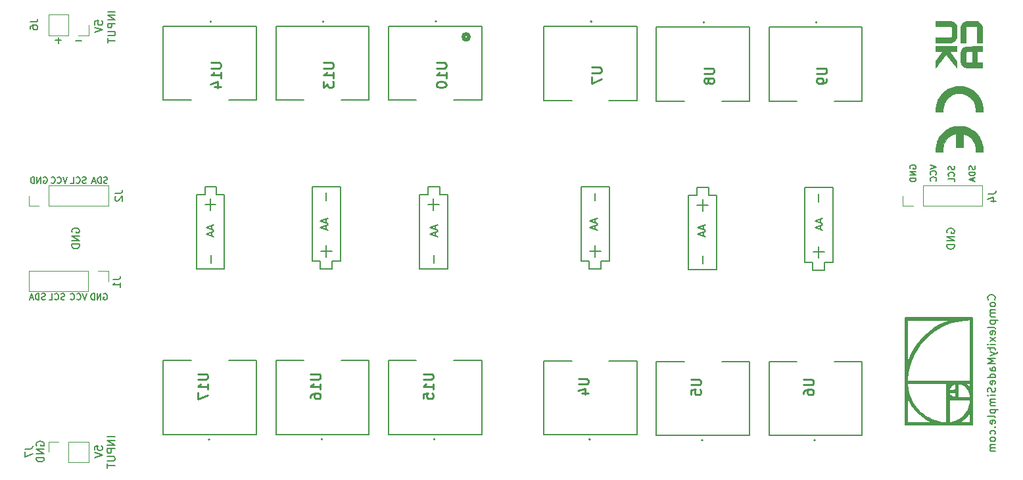
<source format=gbr>
%TF.GenerationSoftware,KiCad,Pcbnew,8.0.5*%
%TF.CreationDate,2024-10-26T00:13:31+01:00*%
%TF.ProjectId,V3,56332e6b-6963-4616-945f-706362585858,rev?*%
%TF.SameCoordinates,Original*%
%TF.FileFunction,Legend,Bot*%
%TF.FilePolarity,Positive*%
%FSLAX46Y46*%
G04 Gerber Fmt 4.6, Leading zero omitted, Abs format (unit mm)*
G04 Created by KiCad (PCBNEW 8.0.5) date 2024-10-26 00:13:31*
%MOMM*%
%LPD*%
G01*
G04 APERTURE LIST*
%ADD10C,0.150000*%
%ADD11C,0.254000*%
%ADD12C,0.508000*%
%ADD13C,0.200000*%
%ADD14C,0.000000*%
%ADD15C,0.120000*%
%ADD16C,0.010000*%
G04 APERTURE END LIST*
D10*
X-10150000Y-3140000D02*
X-10150000Y-2140000D01*
X37610000Y6541500D02*
X41210000Y6541500D01*
X-24710000Y-1640000D02*
X-23310000Y-1640000D01*
X38610000Y-4058500D02*
X38610000Y-3058500D01*
X40110000Y-3058500D02*
X40110000Y-4058500D01*
X40110000Y-4058500D02*
X38610000Y-4058500D01*
X23739999Y5561501D02*
X23739999Y6561500D01*
X39410000Y-1008500D02*
X39410000Y-2508500D01*
X24439999Y3511501D02*
X24439999Y5011501D01*
X22640000Y-4038500D02*
X22640000Y5561500D01*
X11320000Y-3948500D02*
X9820000Y-3948500D01*
X-39640000Y6660000D02*
X-38140000Y6660000D01*
X38610000Y-3058500D02*
X37610000Y-3058500D01*
X-10900000Y6660000D02*
X-9400000Y6660000D01*
X-12000000Y5660000D02*
X-10900000Y5660000D01*
X9820000Y-2948501D02*
X8820000Y-2948501D01*
X9920000Y-1648500D02*
X11319999Y-1648500D01*
X39360000Y5741500D02*
X39360000Y4741500D01*
X-37140000Y5660000D02*
X-37140000Y-3940000D01*
X-38240000Y4360000D02*
X-39640000Y4360000D01*
X-24810000Y-3940000D02*
X-24810000Y-2940000D01*
X8820000Y-2948501D02*
X8820000Y6651499D01*
X-10900000Y5660000D02*
X-10900000Y6660000D01*
X10620000Y-898500D02*
X10620000Y-2398500D01*
X-38940000Y3610000D02*
X-38940000Y5110000D01*
X-24010000Y-890000D02*
X-24010000Y-2390000D01*
X41210000Y6541500D02*
X41210000Y-3058500D01*
X-24810000Y-2940000D02*
X-25810000Y-2940000D01*
X12420000Y6651501D02*
X12420000Y-2948499D01*
X-38890000Y-3140000D02*
X-38890000Y-2140000D01*
X23739999Y6561500D02*
X25239999Y6561501D01*
X24490000Y-3238500D02*
X24490000Y-2238499D01*
X-9500000Y4360000D02*
X-10900000Y4360000D01*
X41210000Y-3058500D02*
X40110000Y-3058500D01*
X-37140000Y-3940000D02*
X-40740000Y-3940000D01*
X-25810000Y-2940000D02*
X-25810000Y6660000D01*
X-40740000Y5660000D02*
X-39640000Y5660000D01*
X-8400000Y5660000D02*
X-8400000Y-3940000D01*
X26239999Y5561501D02*
X26239999Y-4038499D01*
X25139999Y4261500D02*
X23740000Y4261501D01*
X-23310000Y-3940000D02*
X-24810000Y-3940000D01*
X-9400000Y6660000D02*
X-9400000Y5660000D01*
X-8400000Y-3940000D02*
X-12000000Y-3940000D01*
X10569999Y5851501D02*
X10569999Y4851500D01*
X-24060000Y5860000D02*
X-24060000Y4860000D01*
X-12000000Y-3940000D02*
X-12000000Y5660000D01*
X38710000Y-1758500D02*
X40110000Y-1758500D01*
X22640000Y5561500D02*
X23739999Y5561501D01*
X-38140000Y5660000D02*
X-37140000Y5660000D01*
X-38140000Y6660000D02*
X-38140000Y5660000D01*
X25239999Y5561502D02*
X26239999Y5561501D01*
X26239999Y-4038499D02*
X22640000Y-4038500D01*
X-23310000Y-2940000D02*
X-23310000Y-3940000D01*
X-10200000Y3610000D02*
X-10200000Y5110000D01*
X-25810000Y6660000D02*
X-22210000Y6660000D01*
X25239999Y6561501D02*
X25239999Y5561502D01*
X-22210000Y-2940000D02*
X-23310000Y-2940000D01*
X-9400000Y5660000D02*
X-8400000Y5660000D01*
X-39640000Y5660000D02*
X-39640000Y6660000D01*
X11320000Y-2948501D02*
X11320000Y-3948500D01*
X9820000Y-3948500D02*
X9820000Y-2948501D01*
X37610000Y-3058500D02*
X37610000Y6541500D01*
X12420000Y-2948499D02*
X11320000Y-2948501D01*
X-40740000Y-3940000D02*
X-40740000Y5660000D01*
X8820000Y6651499D02*
X12420000Y6651501D01*
X-22210000Y6660000D02*
X-22210000Y-2940000D01*
X24534104Y1666666D02*
X24534104Y1190476D01*
X24819819Y1761904D02*
X23819819Y1428571D01*
X23819819Y1428571D02*
X24819819Y1095238D01*
X24534104Y809523D02*
X24534104Y333333D01*
X24819819Y904761D02*
X23819819Y571428D01*
X23819819Y571428D02*
X24819819Y238095D01*
X-51210180Y-25556779D02*
X-52210180Y-25556779D01*
X-51210180Y-26032969D02*
X-52210180Y-26032969D01*
X-52210180Y-26032969D02*
X-51210180Y-26604397D01*
X-51210180Y-26604397D02*
X-52210180Y-26604397D01*
X-51210180Y-27080588D02*
X-52210180Y-27080588D01*
X-52210180Y-27080588D02*
X-52210180Y-27461540D01*
X-52210180Y-27461540D02*
X-52162561Y-27556778D01*
X-52162561Y-27556778D02*
X-52114942Y-27604397D01*
X-52114942Y-27604397D02*
X-52019704Y-27652016D01*
X-52019704Y-27652016D02*
X-51876847Y-27652016D01*
X-51876847Y-27652016D02*
X-51781609Y-27604397D01*
X-51781609Y-27604397D02*
X-51733990Y-27556778D01*
X-51733990Y-27556778D02*
X-51686371Y-27461540D01*
X-51686371Y-27461540D02*
X-51686371Y-27080588D01*
X-52210180Y-28080588D02*
X-51400657Y-28080588D01*
X-51400657Y-28080588D02*
X-51305419Y-28128207D01*
X-51305419Y-28128207D02*
X-51257800Y-28175826D01*
X-51257800Y-28175826D02*
X-51210180Y-28271064D01*
X-51210180Y-28271064D02*
X-51210180Y-28461540D01*
X-51210180Y-28461540D02*
X-51257800Y-28556778D01*
X-51257800Y-28556778D02*
X-51305419Y-28604397D01*
X-51305419Y-28604397D02*
X-51400657Y-28652016D01*
X-51400657Y-28652016D02*
X-52210180Y-28652016D01*
X-52210180Y-28985350D02*
X-52210180Y-29556778D01*
X-51210180Y-29271064D02*
X-52210180Y-29271064D01*
X-57701064Y-7856200D02*
X-57815350Y-7894295D01*
X-57815350Y-7894295D02*
X-58005826Y-7894295D01*
X-58005826Y-7894295D02*
X-58082017Y-7856200D01*
X-58082017Y-7856200D02*
X-58120112Y-7818104D01*
X-58120112Y-7818104D02*
X-58158207Y-7741914D01*
X-58158207Y-7741914D02*
X-58158207Y-7665723D01*
X-58158207Y-7665723D02*
X-58120112Y-7589533D01*
X-58120112Y-7589533D02*
X-58082017Y-7551438D01*
X-58082017Y-7551438D02*
X-58005826Y-7513342D01*
X-58005826Y-7513342D02*
X-57853445Y-7475247D01*
X-57853445Y-7475247D02*
X-57777255Y-7437152D01*
X-57777255Y-7437152D02*
X-57739160Y-7399057D01*
X-57739160Y-7399057D02*
X-57701064Y-7322866D01*
X-57701064Y-7322866D02*
X-57701064Y-7246676D01*
X-57701064Y-7246676D02*
X-57739160Y-7170485D01*
X-57739160Y-7170485D02*
X-57777255Y-7132390D01*
X-57777255Y-7132390D02*
X-57853445Y-7094295D01*
X-57853445Y-7094295D02*
X-58043922Y-7094295D01*
X-58043922Y-7094295D02*
X-58158207Y-7132390D01*
X-58958208Y-7818104D02*
X-58920112Y-7856200D01*
X-58920112Y-7856200D02*
X-58805827Y-7894295D01*
X-58805827Y-7894295D02*
X-58729636Y-7894295D01*
X-58729636Y-7894295D02*
X-58615350Y-7856200D01*
X-58615350Y-7856200D02*
X-58539160Y-7780009D01*
X-58539160Y-7780009D02*
X-58501065Y-7703819D01*
X-58501065Y-7703819D02*
X-58462969Y-7551438D01*
X-58462969Y-7551438D02*
X-58462969Y-7437152D01*
X-58462969Y-7437152D02*
X-58501065Y-7284771D01*
X-58501065Y-7284771D02*
X-58539160Y-7208580D01*
X-58539160Y-7208580D02*
X-58615350Y-7132390D01*
X-58615350Y-7132390D02*
X-58729636Y-7094295D01*
X-58729636Y-7094295D02*
X-58805827Y-7094295D01*
X-58805827Y-7094295D02*
X-58920112Y-7132390D01*
X-58920112Y-7132390D02*
X-58958208Y-7170485D01*
X-59682017Y-7894295D02*
X-59301065Y-7894295D01*
X-59301065Y-7894295D02*
X-59301065Y-7094295D01*
X-52201064Y7143800D02*
X-52315350Y7105704D01*
X-52315350Y7105704D02*
X-52505826Y7105704D01*
X-52505826Y7105704D02*
X-52582017Y7143800D01*
X-52582017Y7143800D02*
X-52620112Y7181895D01*
X-52620112Y7181895D02*
X-52658207Y7258085D01*
X-52658207Y7258085D02*
X-52658207Y7334276D01*
X-52658207Y7334276D02*
X-52620112Y7410466D01*
X-52620112Y7410466D02*
X-52582017Y7448561D01*
X-52582017Y7448561D02*
X-52505826Y7486657D01*
X-52505826Y7486657D02*
X-52353445Y7524752D01*
X-52353445Y7524752D02*
X-52277255Y7562847D01*
X-52277255Y7562847D02*
X-52239160Y7600942D01*
X-52239160Y7600942D02*
X-52201064Y7677133D01*
X-52201064Y7677133D02*
X-52201064Y7753323D01*
X-52201064Y7753323D02*
X-52239160Y7829514D01*
X-52239160Y7829514D02*
X-52277255Y7867609D01*
X-52277255Y7867609D02*
X-52353445Y7905704D01*
X-52353445Y7905704D02*
X-52543922Y7905704D01*
X-52543922Y7905704D02*
X-52658207Y7867609D01*
X-53001065Y7105704D02*
X-53001065Y7905704D01*
X-53001065Y7905704D02*
X-53191541Y7905704D01*
X-53191541Y7905704D02*
X-53305827Y7867609D01*
X-53305827Y7867609D02*
X-53382017Y7791419D01*
X-53382017Y7791419D02*
X-53420112Y7715228D01*
X-53420112Y7715228D02*
X-53458208Y7562847D01*
X-53458208Y7562847D02*
X-53458208Y7448561D01*
X-53458208Y7448561D02*
X-53420112Y7296180D01*
X-53420112Y7296180D02*
X-53382017Y7219990D01*
X-53382017Y7219990D02*
X-53305827Y7143800D01*
X-53305827Y7143800D02*
X-53191541Y7105704D01*
X-53191541Y7105704D02*
X-53001065Y7105704D01*
X-53762969Y7334276D02*
X-54143922Y7334276D01*
X-53686779Y7105704D02*
X-53953446Y7905704D01*
X-53953446Y7905704D02*
X-54220112Y7105704D01*
X-55546779Y25411133D02*
X-56308684Y25411133D01*
X-54874874Y-7094295D02*
X-55141541Y-7894295D01*
X-55141541Y-7894295D02*
X-55408207Y-7094295D01*
X-56132017Y-7818104D02*
X-56093921Y-7856200D01*
X-56093921Y-7856200D02*
X-55979636Y-7894295D01*
X-55979636Y-7894295D02*
X-55903445Y-7894295D01*
X-55903445Y-7894295D02*
X-55789159Y-7856200D01*
X-55789159Y-7856200D02*
X-55712969Y-7780009D01*
X-55712969Y-7780009D02*
X-55674874Y-7703819D01*
X-55674874Y-7703819D02*
X-55636778Y-7551438D01*
X-55636778Y-7551438D02*
X-55636778Y-7437152D01*
X-55636778Y-7437152D02*
X-55674874Y-7284771D01*
X-55674874Y-7284771D02*
X-55712969Y-7208580D01*
X-55712969Y-7208580D02*
X-55789159Y-7132390D01*
X-55789159Y-7132390D02*
X-55903445Y-7094295D01*
X-55903445Y-7094295D02*
X-55979636Y-7094295D01*
X-55979636Y-7094295D02*
X-56093921Y-7132390D01*
X-56093921Y-7132390D02*
X-56132017Y-7170485D01*
X-56932017Y-7818104D02*
X-56893921Y-7856200D01*
X-56893921Y-7856200D02*
X-56779636Y-7894295D01*
X-56779636Y-7894295D02*
X-56703445Y-7894295D01*
X-56703445Y-7894295D02*
X-56589159Y-7856200D01*
X-56589159Y-7856200D02*
X-56512969Y-7780009D01*
X-56512969Y-7780009D02*
X-56474874Y-7703819D01*
X-56474874Y-7703819D02*
X-56436778Y-7551438D01*
X-56436778Y-7551438D02*
X-56436778Y-7437152D01*
X-56436778Y-7437152D02*
X-56474874Y-7284771D01*
X-56474874Y-7284771D02*
X-56512969Y-7208580D01*
X-56512969Y-7208580D02*
X-56589159Y-7132390D01*
X-56589159Y-7132390D02*
X-56703445Y-7094295D01*
X-56703445Y-7094295D02*
X-56779636Y-7094295D01*
X-56779636Y-7094295D02*
X-56893921Y-7132390D01*
X-56893921Y-7132390D02*
X-56932017Y-7170485D01*
X53744295Y9475125D02*
X54544295Y9208458D01*
X54544295Y9208458D02*
X53744295Y8941792D01*
X54468104Y8217982D02*
X54506200Y8256078D01*
X54506200Y8256078D02*
X54544295Y8370363D01*
X54544295Y8370363D02*
X54544295Y8446554D01*
X54544295Y8446554D02*
X54506200Y8560840D01*
X54506200Y8560840D02*
X54430009Y8637030D01*
X54430009Y8637030D02*
X54353819Y8675125D01*
X54353819Y8675125D02*
X54201438Y8713221D01*
X54201438Y8713221D02*
X54087152Y8713221D01*
X54087152Y8713221D02*
X53934771Y8675125D01*
X53934771Y8675125D02*
X53858580Y8637030D01*
X53858580Y8637030D02*
X53782390Y8560840D01*
X53782390Y8560840D02*
X53744295Y8446554D01*
X53744295Y8446554D02*
X53744295Y8370363D01*
X53744295Y8370363D02*
X53782390Y8256078D01*
X53782390Y8256078D02*
X53820485Y8217982D01*
X54468104Y7417982D02*
X54506200Y7456078D01*
X54506200Y7456078D02*
X54544295Y7570363D01*
X54544295Y7570363D02*
X54544295Y7646554D01*
X54544295Y7646554D02*
X54506200Y7760840D01*
X54506200Y7760840D02*
X54430009Y7837030D01*
X54430009Y7837030D02*
X54353819Y7875125D01*
X54353819Y7875125D02*
X54201438Y7913221D01*
X54201438Y7913221D02*
X54087152Y7913221D01*
X54087152Y7913221D02*
X53934771Y7875125D01*
X53934771Y7875125D02*
X53858580Y7837030D01*
X53858580Y7837030D02*
X53782390Y7760840D01*
X53782390Y7760840D02*
X53744295Y7646554D01*
X53744295Y7646554D02*
X53744295Y7570363D01*
X53744295Y7570363D02*
X53782390Y7456078D01*
X53782390Y7456078D02*
X53820485Y7417982D01*
X-53820180Y27517030D02*
X-53820180Y27993220D01*
X-53820180Y27993220D02*
X-53343990Y28040839D01*
X-53343990Y28040839D02*
X-53391609Y27993220D01*
X-53391609Y27993220D02*
X-53439228Y27897982D01*
X-53439228Y27897982D02*
X-53439228Y27659887D01*
X-53439228Y27659887D02*
X-53391609Y27564649D01*
X-53391609Y27564649D02*
X-53343990Y27517030D01*
X-53343990Y27517030D02*
X-53248752Y27469411D01*
X-53248752Y27469411D02*
X-53010657Y27469411D01*
X-53010657Y27469411D02*
X-52915419Y27517030D01*
X-52915419Y27517030D02*
X-52867800Y27564649D01*
X-52867800Y27564649D02*
X-52820180Y27659887D01*
X-52820180Y27659887D02*
X-52820180Y27897982D01*
X-52820180Y27897982D02*
X-52867800Y27993220D01*
X-52867800Y27993220D02*
X-52915419Y28040839D01*
X-53820180Y27183696D02*
X-52820180Y26850363D01*
X-52820180Y26850363D02*
X-53820180Y26517030D01*
X10634104Y2466666D02*
X10634104Y1990476D01*
X10919819Y2561904D02*
X9919819Y2228571D01*
X9919819Y2228571D02*
X10919819Y1895238D01*
X10634104Y1609523D02*
X10634104Y1133333D01*
X10919819Y1704761D02*
X9919819Y1371428D01*
X9919819Y1371428D02*
X10919819Y1038095D01*
X-9965895Y1666666D02*
X-9965895Y1190476D01*
X-9680180Y1761904D02*
X-10680180Y1428571D01*
X-10680180Y1428571D02*
X-9680180Y1095238D01*
X-9965895Y809523D02*
X-9965895Y333333D01*
X-9680180Y904761D02*
X-10680180Y571428D01*
X-10680180Y571428D02*
X-9680180Y238095D01*
X-58126779Y25501133D02*
X-58888684Y25501133D01*
X-58507731Y25120180D02*
X-58507731Y25882085D01*
X55947438Y729411D02*
X55899819Y824649D01*
X55899819Y824649D02*
X55899819Y967506D01*
X55899819Y967506D02*
X55947438Y1110363D01*
X55947438Y1110363D02*
X56042676Y1205601D01*
X56042676Y1205601D02*
X56137914Y1253220D01*
X56137914Y1253220D02*
X56328390Y1300839D01*
X56328390Y1300839D02*
X56471247Y1300839D01*
X56471247Y1300839D02*
X56661723Y1253220D01*
X56661723Y1253220D02*
X56756961Y1205601D01*
X56756961Y1205601D02*
X56852200Y1110363D01*
X56852200Y1110363D02*
X56899819Y967506D01*
X56899819Y967506D02*
X56899819Y872268D01*
X56899819Y872268D02*
X56852200Y729411D01*
X56852200Y729411D02*
X56804580Y681792D01*
X56804580Y681792D02*
X56471247Y681792D01*
X56471247Y681792D02*
X56471247Y872268D01*
X56899819Y253220D02*
X55899819Y253220D01*
X55899819Y253220D02*
X56899819Y-318207D01*
X56899819Y-318207D02*
X55899819Y-318207D01*
X56899819Y-794398D02*
X55899819Y-794398D01*
X55899819Y-794398D02*
X55899819Y-1032493D01*
X55899819Y-1032493D02*
X55947438Y-1175350D01*
X55947438Y-1175350D02*
X56042676Y-1270588D01*
X56042676Y-1270588D02*
X56137914Y-1318207D01*
X56137914Y-1318207D02*
X56328390Y-1365826D01*
X56328390Y-1365826D02*
X56471247Y-1365826D01*
X56471247Y-1365826D02*
X56661723Y-1318207D01*
X56661723Y-1318207D02*
X56756961Y-1270588D01*
X56756961Y-1270588D02*
X56852200Y-1175350D01*
X56852200Y-1175350D02*
X56899819Y-1032493D01*
X56899819Y-1032493D02*
X56899819Y-794398D01*
X56856200Y9298935D02*
X56894295Y9184649D01*
X56894295Y9184649D02*
X56894295Y8994173D01*
X56894295Y8994173D02*
X56856200Y8917982D01*
X56856200Y8917982D02*
X56818104Y8879887D01*
X56818104Y8879887D02*
X56741914Y8841792D01*
X56741914Y8841792D02*
X56665723Y8841792D01*
X56665723Y8841792D02*
X56589533Y8879887D01*
X56589533Y8879887D02*
X56551438Y8917982D01*
X56551438Y8917982D02*
X56513342Y8994173D01*
X56513342Y8994173D02*
X56475247Y9146554D01*
X56475247Y9146554D02*
X56437152Y9222744D01*
X56437152Y9222744D02*
X56399057Y9260839D01*
X56399057Y9260839D02*
X56322866Y9298935D01*
X56322866Y9298935D02*
X56246676Y9298935D01*
X56246676Y9298935D02*
X56170485Y9260839D01*
X56170485Y9260839D02*
X56132390Y9222744D01*
X56132390Y9222744D02*
X56094295Y9146554D01*
X56094295Y9146554D02*
X56094295Y8956077D01*
X56094295Y8956077D02*
X56132390Y8841792D01*
X56818104Y8041791D02*
X56856200Y8079887D01*
X56856200Y8079887D02*
X56894295Y8194172D01*
X56894295Y8194172D02*
X56894295Y8270363D01*
X56894295Y8270363D02*
X56856200Y8384649D01*
X56856200Y8384649D02*
X56780009Y8460839D01*
X56780009Y8460839D02*
X56703819Y8498934D01*
X56703819Y8498934D02*
X56551438Y8537030D01*
X56551438Y8537030D02*
X56437152Y8537030D01*
X56437152Y8537030D02*
X56284771Y8498934D01*
X56284771Y8498934D02*
X56208580Y8460839D01*
X56208580Y8460839D02*
X56132390Y8384649D01*
X56132390Y8384649D02*
X56094295Y8270363D01*
X56094295Y8270363D02*
X56094295Y8194172D01*
X56094295Y8194172D02*
X56132390Y8079887D01*
X56132390Y8079887D02*
X56170485Y8041791D01*
X56894295Y7317982D02*
X56894295Y7698934D01*
X56894295Y7698934D02*
X56094295Y7698934D01*
X-24065895Y2466666D02*
X-24065895Y1990476D01*
X-23780180Y2561904D02*
X-24780180Y2228571D01*
X-24780180Y2228571D02*
X-23780180Y1895238D01*
X-24065895Y1609523D02*
X-24065895Y1133333D01*
X-23780180Y1704761D02*
X-24780180Y1371428D01*
X-24780180Y1371428D02*
X-23780180Y1038095D01*
X-60408207Y7867609D02*
X-60332017Y7905704D01*
X-60332017Y7905704D02*
X-60217731Y7905704D01*
X-60217731Y7905704D02*
X-60103445Y7867609D01*
X-60103445Y7867609D02*
X-60027255Y7791419D01*
X-60027255Y7791419D02*
X-59989160Y7715228D01*
X-59989160Y7715228D02*
X-59951064Y7562847D01*
X-59951064Y7562847D02*
X-59951064Y7448561D01*
X-59951064Y7448561D02*
X-59989160Y7296180D01*
X-59989160Y7296180D02*
X-60027255Y7219990D01*
X-60027255Y7219990D02*
X-60103445Y7143800D01*
X-60103445Y7143800D02*
X-60217731Y7105704D01*
X-60217731Y7105704D02*
X-60293922Y7105704D01*
X-60293922Y7105704D02*
X-60408207Y7143800D01*
X-60408207Y7143800D02*
X-60446303Y7181895D01*
X-60446303Y7181895D02*
X-60446303Y7448561D01*
X-60446303Y7448561D02*
X-60293922Y7448561D01*
X-60789160Y7105704D02*
X-60789160Y7905704D01*
X-60789160Y7905704D02*
X-61246303Y7105704D01*
X-61246303Y7105704D02*
X-61246303Y7905704D01*
X-61627255Y7105704D02*
X-61627255Y7905704D01*
X-61627255Y7905704D02*
X-61817731Y7905704D01*
X-61817731Y7905704D02*
X-61932017Y7867609D01*
X-61932017Y7867609D02*
X-62008207Y7791419D01*
X-62008207Y7791419D02*
X-62046302Y7715228D01*
X-62046302Y7715228D02*
X-62084398Y7562847D01*
X-62084398Y7562847D02*
X-62084398Y7448561D01*
X-62084398Y7448561D02*
X-62046302Y7296180D01*
X-62046302Y7296180D02*
X-62008207Y7219990D01*
X-62008207Y7219990D02*
X-61932017Y7143800D01*
X-61932017Y7143800D02*
X-61817731Y7105704D01*
X-61817731Y7105704D02*
X-61627255Y7105704D01*
X-38765895Y1666666D02*
X-38765895Y1190476D01*
X-38480180Y1761904D02*
X-39480180Y1428571D01*
X-39480180Y1428571D02*
X-38480180Y1095238D01*
X-38765895Y809523D02*
X-38765895Y333333D01*
X-38480180Y904761D02*
X-39480180Y571428D01*
X-39480180Y571428D02*
X-38480180Y238095D01*
X-60201064Y-7856200D02*
X-60315350Y-7894295D01*
X-60315350Y-7894295D02*
X-60505826Y-7894295D01*
X-60505826Y-7894295D02*
X-60582017Y-7856200D01*
X-60582017Y-7856200D02*
X-60620112Y-7818104D01*
X-60620112Y-7818104D02*
X-60658207Y-7741914D01*
X-60658207Y-7741914D02*
X-60658207Y-7665723D01*
X-60658207Y-7665723D02*
X-60620112Y-7589533D01*
X-60620112Y-7589533D02*
X-60582017Y-7551438D01*
X-60582017Y-7551438D02*
X-60505826Y-7513342D01*
X-60505826Y-7513342D02*
X-60353445Y-7475247D01*
X-60353445Y-7475247D02*
X-60277255Y-7437152D01*
X-60277255Y-7437152D02*
X-60239160Y-7399057D01*
X-60239160Y-7399057D02*
X-60201064Y-7322866D01*
X-60201064Y-7322866D02*
X-60201064Y-7246676D01*
X-60201064Y-7246676D02*
X-60239160Y-7170485D01*
X-60239160Y-7170485D02*
X-60277255Y-7132390D01*
X-60277255Y-7132390D02*
X-60353445Y-7094295D01*
X-60353445Y-7094295D02*
X-60543922Y-7094295D01*
X-60543922Y-7094295D02*
X-60658207Y-7132390D01*
X-61001065Y-7894295D02*
X-61001065Y-7094295D01*
X-61001065Y-7094295D02*
X-61191541Y-7094295D01*
X-61191541Y-7094295D02*
X-61305827Y-7132390D01*
X-61305827Y-7132390D02*
X-61382017Y-7208580D01*
X-61382017Y-7208580D02*
X-61420112Y-7284771D01*
X-61420112Y-7284771D02*
X-61458208Y-7437152D01*
X-61458208Y-7437152D02*
X-61458208Y-7551438D01*
X-61458208Y-7551438D02*
X-61420112Y-7703819D01*
X-61420112Y-7703819D02*
X-61382017Y-7780009D01*
X-61382017Y-7780009D02*
X-61305827Y-7856200D01*
X-61305827Y-7856200D02*
X-61191541Y-7894295D01*
X-61191541Y-7894295D02*
X-61001065Y-7894295D01*
X-61762969Y-7665723D02*
X-62143922Y-7665723D01*
X-61686779Y-7894295D02*
X-61953446Y-7094295D01*
X-61953446Y-7094295D02*
X-62220112Y-7894295D01*
X62054580Y-7878207D02*
X62102200Y-7830588D01*
X62102200Y-7830588D02*
X62149819Y-7687731D01*
X62149819Y-7687731D02*
X62149819Y-7592493D01*
X62149819Y-7592493D02*
X62102200Y-7449636D01*
X62102200Y-7449636D02*
X62006961Y-7354398D01*
X62006961Y-7354398D02*
X61911723Y-7306779D01*
X61911723Y-7306779D02*
X61721247Y-7259160D01*
X61721247Y-7259160D02*
X61578390Y-7259160D01*
X61578390Y-7259160D02*
X61387914Y-7306779D01*
X61387914Y-7306779D02*
X61292676Y-7354398D01*
X61292676Y-7354398D02*
X61197438Y-7449636D01*
X61197438Y-7449636D02*
X61149819Y-7592493D01*
X61149819Y-7592493D02*
X61149819Y-7687731D01*
X61149819Y-7687731D02*
X61197438Y-7830588D01*
X61197438Y-7830588D02*
X61245057Y-7878207D01*
X62149819Y-8449636D02*
X62102200Y-8354398D01*
X62102200Y-8354398D02*
X62054580Y-8306779D01*
X62054580Y-8306779D02*
X61959342Y-8259160D01*
X61959342Y-8259160D02*
X61673628Y-8259160D01*
X61673628Y-8259160D02*
X61578390Y-8306779D01*
X61578390Y-8306779D02*
X61530771Y-8354398D01*
X61530771Y-8354398D02*
X61483152Y-8449636D01*
X61483152Y-8449636D02*
X61483152Y-8592493D01*
X61483152Y-8592493D02*
X61530771Y-8687731D01*
X61530771Y-8687731D02*
X61578390Y-8735350D01*
X61578390Y-8735350D02*
X61673628Y-8782969D01*
X61673628Y-8782969D02*
X61959342Y-8782969D01*
X61959342Y-8782969D02*
X62054580Y-8735350D01*
X62054580Y-8735350D02*
X62102200Y-8687731D01*
X62102200Y-8687731D02*
X62149819Y-8592493D01*
X62149819Y-8592493D02*
X62149819Y-8449636D01*
X62149819Y-9211541D02*
X61483152Y-9211541D01*
X61578390Y-9211541D02*
X61530771Y-9259160D01*
X61530771Y-9259160D02*
X61483152Y-9354398D01*
X61483152Y-9354398D02*
X61483152Y-9497255D01*
X61483152Y-9497255D02*
X61530771Y-9592493D01*
X61530771Y-9592493D02*
X61626009Y-9640112D01*
X61626009Y-9640112D02*
X62149819Y-9640112D01*
X61626009Y-9640112D02*
X61530771Y-9687731D01*
X61530771Y-9687731D02*
X61483152Y-9782969D01*
X61483152Y-9782969D02*
X61483152Y-9925826D01*
X61483152Y-9925826D02*
X61530771Y-10021065D01*
X61530771Y-10021065D02*
X61626009Y-10068684D01*
X61626009Y-10068684D02*
X62149819Y-10068684D01*
X61483152Y-10544874D02*
X62483152Y-10544874D01*
X61530771Y-10544874D02*
X61483152Y-10640112D01*
X61483152Y-10640112D02*
X61483152Y-10830588D01*
X61483152Y-10830588D02*
X61530771Y-10925826D01*
X61530771Y-10925826D02*
X61578390Y-10973445D01*
X61578390Y-10973445D02*
X61673628Y-11021064D01*
X61673628Y-11021064D02*
X61959342Y-11021064D01*
X61959342Y-11021064D02*
X62054580Y-10973445D01*
X62054580Y-10973445D02*
X62102200Y-10925826D01*
X62102200Y-10925826D02*
X62149819Y-10830588D01*
X62149819Y-10830588D02*
X62149819Y-10640112D01*
X62149819Y-10640112D02*
X62102200Y-10544874D01*
X62149819Y-11592493D02*
X62102200Y-11497255D01*
X62102200Y-11497255D02*
X62006961Y-11449636D01*
X62006961Y-11449636D02*
X61149819Y-11449636D01*
X62102200Y-12354398D02*
X62149819Y-12259160D01*
X62149819Y-12259160D02*
X62149819Y-12068684D01*
X62149819Y-12068684D02*
X62102200Y-11973446D01*
X62102200Y-11973446D02*
X62006961Y-11925827D01*
X62006961Y-11925827D02*
X61626009Y-11925827D01*
X61626009Y-11925827D02*
X61530771Y-11973446D01*
X61530771Y-11973446D02*
X61483152Y-12068684D01*
X61483152Y-12068684D02*
X61483152Y-12259160D01*
X61483152Y-12259160D02*
X61530771Y-12354398D01*
X61530771Y-12354398D02*
X61626009Y-12402017D01*
X61626009Y-12402017D02*
X61721247Y-12402017D01*
X61721247Y-12402017D02*
X61816485Y-11925827D01*
X62149819Y-12735351D02*
X61483152Y-13259160D01*
X61483152Y-12735351D02*
X62149819Y-13259160D01*
X62149819Y-13640113D02*
X61483152Y-13640113D01*
X61149819Y-13640113D02*
X61197438Y-13592494D01*
X61197438Y-13592494D02*
X61245057Y-13640113D01*
X61245057Y-13640113D02*
X61197438Y-13687732D01*
X61197438Y-13687732D02*
X61149819Y-13640113D01*
X61149819Y-13640113D02*
X61245057Y-13640113D01*
X61483152Y-13973446D02*
X61483152Y-14354398D01*
X61149819Y-14116303D02*
X62006961Y-14116303D01*
X62006961Y-14116303D02*
X62102200Y-14163922D01*
X62102200Y-14163922D02*
X62149819Y-14259160D01*
X62149819Y-14259160D02*
X62149819Y-14354398D01*
X61483152Y-14592494D02*
X62149819Y-14830589D01*
X61483152Y-15068684D02*
X62149819Y-14830589D01*
X62149819Y-14830589D02*
X62387914Y-14735351D01*
X62387914Y-14735351D02*
X62435533Y-14687732D01*
X62435533Y-14687732D02*
X62483152Y-14592494D01*
X62149819Y-15449637D02*
X61149819Y-15449637D01*
X61149819Y-15449637D02*
X61864104Y-15782970D01*
X61864104Y-15782970D02*
X61149819Y-16116303D01*
X61149819Y-16116303D02*
X62149819Y-16116303D01*
X62149819Y-17021065D02*
X61626009Y-17021065D01*
X61626009Y-17021065D02*
X61530771Y-16973446D01*
X61530771Y-16973446D02*
X61483152Y-16878208D01*
X61483152Y-16878208D02*
X61483152Y-16687732D01*
X61483152Y-16687732D02*
X61530771Y-16592494D01*
X62102200Y-17021065D02*
X62149819Y-16925827D01*
X62149819Y-16925827D02*
X62149819Y-16687732D01*
X62149819Y-16687732D02*
X62102200Y-16592494D01*
X62102200Y-16592494D02*
X62006961Y-16544875D01*
X62006961Y-16544875D02*
X61911723Y-16544875D01*
X61911723Y-16544875D02*
X61816485Y-16592494D01*
X61816485Y-16592494D02*
X61768866Y-16687732D01*
X61768866Y-16687732D02*
X61768866Y-16925827D01*
X61768866Y-16925827D02*
X61721247Y-17021065D01*
X62149819Y-17925827D02*
X61149819Y-17925827D01*
X62102200Y-17925827D02*
X62149819Y-17830589D01*
X62149819Y-17830589D02*
X62149819Y-17640113D01*
X62149819Y-17640113D02*
X62102200Y-17544875D01*
X62102200Y-17544875D02*
X62054580Y-17497256D01*
X62054580Y-17497256D02*
X61959342Y-17449637D01*
X61959342Y-17449637D02*
X61673628Y-17449637D01*
X61673628Y-17449637D02*
X61578390Y-17497256D01*
X61578390Y-17497256D02*
X61530771Y-17544875D01*
X61530771Y-17544875D02*
X61483152Y-17640113D01*
X61483152Y-17640113D02*
X61483152Y-17830589D01*
X61483152Y-17830589D02*
X61530771Y-17925827D01*
X62102200Y-18782970D02*
X62149819Y-18687732D01*
X62149819Y-18687732D02*
X62149819Y-18497256D01*
X62149819Y-18497256D02*
X62102200Y-18402018D01*
X62102200Y-18402018D02*
X62006961Y-18354399D01*
X62006961Y-18354399D02*
X61626009Y-18354399D01*
X61626009Y-18354399D02*
X61530771Y-18402018D01*
X61530771Y-18402018D02*
X61483152Y-18497256D01*
X61483152Y-18497256D02*
X61483152Y-18687732D01*
X61483152Y-18687732D02*
X61530771Y-18782970D01*
X61530771Y-18782970D02*
X61626009Y-18830589D01*
X61626009Y-18830589D02*
X61721247Y-18830589D01*
X61721247Y-18830589D02*
X61816485Y-18354399D01*
X62102200Y-19211542D02*
X62149819Y-19354399D01*
X62149819Y-19354399D02*
X62149819Y-19592494D01*
X62149819Y-19592494D02*
X62102200Y-19687732D01*
X62102200Y-19687732D02*
X62054580Y-19735351D01*
X62054580Y-19735351D02*
X61959342Y-19782970D01*
X61959342Y-19782970D02*
X61864104Y-19782970D01*
X61864104Y-19782970D02*
X61768866Y-19735351D01*
X61768866Y-19735351D02*
X61721247Y-19687732D01*
X61721247Y-19687732D02*
X61673628Y-19592494D01*
X61673628Y-19592494D02*
X61626009Y-19402018D01*
X61626009Y-19402018D02*
X61578390Y-19306780D01*
X61578390Y-19306780D02*
X61530771Y-19259161D01*
X61530771Y-19259161D02*
X61435533Y-19211542D01*
X61435533Y-19211542D02*
X61340295Y-19211542D01*
X61340295Y-19211542D02*
X61245057Y-19259161D01*
X61245057Y-19259161D02*
X61197438Y-19306780D01*
X61197438Y-19306780D02*
X61149819Y-19402018D01*
X61149819Y-19402018D02*
X61149819Y-19640113D01*
X61149819Y-19640113D02*
X61197438Y-19782970D01*
X62149819Y-20211542D02*
X61483152Y-20211542D01*
X61149819Y-20211542D02*
X61197438Y-20163923D01*
X61197438Y-20163923D02*
X61245057Y-20211542D01*
X61245057Y-20211542D02*
X61197438Y-20259161D01*
X61197438Y-20259161D02*
X61149819Y-20211542D01*
X61149819Y-20211542D02*
X61245057Y-20211542D01*
X62149819Y-20687732D02*
X61483152Y-20687732D01*
X61578390Y-20687732D02*
X61530771Y-20735351D01*
X61530771Y-20735351D02*
X61483152Y-20830589D01*
X61483152Y-20830589D02*
X61483152Y-20973446D01*
X61483152Y-20973446D02*
X61530771Y-21068684D01*
X61530771Y-21068684D02*
X61626009Y-21116303D01*
X61626009Y-21116303D02*
X62149819Y-21116303D01*
X61626009Y-21116303D02*
X61530771Y-21163922D01*
X61530771Y-21163922D02*
X61483152Y-21259160D01*
X61483152Y-21259160D02*
X61483152Y-21402017D01*
X61483152Y-21402017D02*
X61530771Y-21497256D01*
X61530771Y-21497256D02*
X61626009Y-21544875D01*
X61626009Y-21544875D02*
X62149819Y-21544875D01*
X61483152Y-22021065D02*
X62483152Y-22021065D01*
X61530771Y-22021065D02*
X61483152Y-22116303D01*
X61483152Y-22116303D02*
X61483152Y-22306779D01*
X61483152Y-22306779D02*
X61530771Y-22402017D01*
X61530771Y-22402017D02*
X61578390Y-22449636D01*
X61578390Y-22449636D02*
X61673628Y-22497255D01*
X61673628Y-22497255D02*
X61959342Y-22497255D01*
X61959342Y-22497255D02*
X62054580Y-22449636D01*
X62054580Y-22449636D02*
X62102200Y-22402017D01*
X62102200Y-22402017D02*
X62149819Y-22306779D01*
X62149819Y-22306779D02*
X62149819Y-22116303D01*
X62149819Y-22116303D02*
X62102200Y-22021065D01*
X62149819Y-23068684D02*
X62102200Y-22973446D01*
X62102200Y-22973446D02*
X62006961Y-22925827D01*
X62006961Y-22925827D02*
X61149819Y-22925827D01*
X62102200Y-23830589D02*
X62149819Y-23735351D01*
X62149819Y-23735351D02*
X62149819Y-23544875D01*
X62149819Y-23544875D02*
X62102200Y-23449637D01*
X62102200Y-23449637D02*
X62006961Y-23402018D01*
X62006961Y-23402018D02*
X61626009Y-23402018D01*
X61626009Y-23402018D02*
X61530771Y-23449637D01*
X61530771Y-23449637D02*
X61483152Y-23544875D01*
X61483152Y-23544875D02*
X61483152Y-23735351D01*
X61483152Y-23735351D02*
X61530771Y-23830589D01*
X61530771Y-23830589D02*
X61626009Y-23878208D01*
X61626009Y-23878208D02*
X61721247Y-23878208D01*
X61721247Y-23878208D02*
X61816485Y-23402018D01*
X62054580Y-24306780D02*
X62102200Y-24354399D01*
X62102200Y-24354399D02*
X62149819Y-24306780D01*
X62149819Y-24306780D02*
X62102200Y-24259161D01*
X62102200Y-24259161D02*
X62054580Y-24306780D01*
X62054580Y-24306780D02*
X62149819Y-24306780D01*
X62102200Y-25211541D02*
X62149819Y-25116303D01*
X62149819Y-25116303D02*
X62149819Y-24925827D01*
X62149819Y-24925827D02*
X62102200Y-24830589D01*
X62102200Y-24830589D02*
X62054580Y-24782970D01*
X62054580Y-24782970D02*
X61959342Y-24735351D01*
X61959342Y-24735351D02*
X61673628Y-24735351D01*
X61673628Y-24735351D02*
X61578390Y-24782970D01*
X61578390Y-24782970D02*
X61530771Y-24830589D01*
X61530771Y-24830589D02*
X61483152Y-24925827D01*
X61483152Y-24925827D02*
X61483152Y-25116303D01*
X61483152Y-25116303D02*
X61530771Y-25211541D01*
X62149819Y-25782970D02*
X62102200Y-25687732D01*
X62102200Y-25687732D02*
X62054580Y-25640113D01*
X62054580Y-25640113D02*
X61959342Y-25592494D01*
X61959342Y-25592494D02*
X61673628Y-25592494D01*
X61673628Y-25592494D02*
X61578390Y-25640113D01*
X61578390Y-25640113D02*
X61530771Y-25687732D01*
X61530771Y-25687732D02*
X61483152Y-25782970D01*
X61483152Y-25782970D02*
X61483152Y-25925827D01*
X61483152Y-25925827D02*
X61530771Y-26021065D01*
X61530771Y-26021065D02*
X61578390Y-26068684D01*
X61578390Y-26068684D02*
X61673628Y-26116303D01*
X61673628Y-26116303D02*
X61959342Y-26116303D01*
X61959342Y-26116303D02*
X62054580Y-26068684D01*
X62054580Y-26068684D02*
X62102200Y-26021065D01*
X62102200Y-26021065D02*
X62149819Y-25925827D01*
X62149819Y-25925827D02*
X62149819Y-25782970D01*
X62149819Y-26544875D02*
X61483152Y-26544875D01*
X61578390Y-26544875D02*
X61530771Y-26592494D01*
X61530771Y-26592494D02*
X61483152Y-26687732D01*
X61483152Y-26687732D02*
X61483152Y-26830589D01*
X61483152Y-26830589D02*
X61530771Y-26925827D01*
X61530771Y-26925827D02*
X61626009Y-26973446D01*
X61626009Y-26973446D02*
X62149819Y-26973446D01*
X61626009Y-26973446D02*
X61530771Y-27021065D01*
X61530771Y-27021065D02*
X61483152Y-27116303D01*
X61483152Y-27116303D02*
X61483152Y-27259160D01*
X61483152Y-27259160D02*
X61530771Y-27354399D01*
X61530771Y-27354399D02*
X61626009Y-27402018D01*
X61626009Y-27402018D02*
X62149819Y-27402018D01*
X-53860180Y-27242969D02*
X-53860180Y-26766779D01*
X-53860180Y-26766779D02*
X-53383990Y-26719160D01*
X-53383990Y-26719160D02*
X-53431609Y-26766779D01*
X-53431609Y-26766779D02*
X-53479228Y-26862017D01*
X-53479228Y-26862017D02*
X-53479228Y-27100112D01*
X-53479228Y-27100112D02*
X-53431609Y-27195350D01*
X-53431609Y-27195350D02*
X-53383990Y-27242969D01*
X-53383990Y-27242969D02*
X-53288752Y-27290588D01*
X-53288752Y-27290588D02*
X-53050657Y-27290588D01*
X-53050657Y-27290588D02*
X-52955419Y-27242969D01*
X-52955419Y-27242969D02*
X-52907800Y-27195350D01*
X-52907800Y-27195350D02*
X-52860180Y-27100112D01*
X-52860180Y-27100112D02*
X-52860180Y-26862017D01*
X-52860180Y-26862017D02*
X-52907800Y-26766779D01*
X-52907800Y-26766779D02*
X-52955419Y-26719160D01*
X-53860180Y-27576303D02*
X-52860180Y-27909636D01*
X-52860180Y-27909636D02*
X-53860180Y-28242969D01*
X-54951064Y7143800D02*
X-55065350Y7105704D01*
X-55065350Y7105704D02*
X-55255826Y7105704D01*
X-55255826Y7105704D02*
X-55332017Y7143800D01*
X-55332017Y7143800D02*
X-55370112Y7181895D01*
X-55370112Y7181895D02*
X-55408207Y7258085D01*
X-55408207Y7258085D02*
X-55408207Y7334276D01*
X-55408207Y7334276D02*
X-55370112Y7410466D01*
X-55370112Y7410466D02*
X-55332017Y7448561D01*
X-55332017Y7448561D02*
X-55255826Y7486657D01*
X-55255826Y7486657D02*
X-55103445Y7524752D01*
X-55103445Y7524752D02*
X-55027255Y7562847D01*
X-55027255Y7562847D02*
X-54989160Y7600942D01*
X-54989160Y7600942D02*
X-54951064Y7677133D01*
X-54951064Y7677133D02*
X-54951064Y7753323D01*
X-54951064Y7753323D02*
X-54989160Y7829514D01*
X-54989160Y7829514D02*
X-55027255Y7867609D01*
X-55027255Y7867609D02*
X-55103445Y7905704D01*
X-55103445Y7905704D02*
X-55293922Y7905704D01*
X-55293922Y7905704D02*
X-55408207Y7867609D01*
X-56208208Y7181895D02*
X-56170112Y7143800D01*
X-56170112Y7143800D02*
X-56055827Y7105704D01*
X-56055827Y7105704D02*
X-55979636Y7105704D01*
X-55979636Y7105704D02*
X-55865350Y7143800D01*
X-55865350Y7143800D02*
X-55789160Y7219990D01*
X-55789160Y7219990D02*
X-55751065Y7296180D01*
X-55751065Y7296180D02*
X-55712969Y7448561D01*
X-55712969Y7448561D02*
X-55712969Y7562847D01*
X-55712969Y7562847D02*
X-55751065Y7715228D01*
X-55751065Y7715228D02*
X-55789160Y7791419D01*
X-55789160Y7791419D02*
X-55865350Y7867609D01*
X-55865350Y7867609D02*
X-55979636Y7905704D01*
X-55979636Y7905704D02*
X-56055827Y7905704D01*
X-56055827Y7905704D02*
X-56170112Y7867609D01*
X-56170112Y7867609D02*
X-56208208Y7829514D01*
X-56932017Y7105704D02*
X-56551065Y7105704D01*
X-56551065Y7105704D02*
X-56551065Y7905704D01*
X51182390Y8991792D02*
X51144295Y9067982D01*
X51144295Y9067982D02*
X51144295Y9182268D01*
X51144295Y9182268D02*
X51182390Y9296554D01*
X51182390Y9296554D02*
X51258580Y9372744D01*
X51258580Y9372744D02*
X51334771Y9410839D01*
X51334771Y9410839D02*
X51487152Y9448935D01*
X51487152Y9448935D02*
X51601438Y9448935D01*
X51601438Y9448935D02*
X51753819Y9410839D01*
X51753819Y9410839D02*
X51830009Y9372744D01*
X51830009Y9372744D02*
X51906200Y9296554D01*
X51906200Y9296554D02*
X51944295Y9182268D01*
X51944295Y9182268D02*
X51944295Y9106077D01*
X51944295Y9106077D02*
X51906200Y8991792D01*
X51906200Y8991792D02*
X51868104Y8953696D01*
X51868104Y8953696D02*
X51601438Y8953696D01*
X51601438Y8953696D02*
X51601438Y9106077D01*
X51944295Y8610839D02*
X51144295Y8610839D01*
X51144295Y8610839D02*
X51944295Y8153696D01*
X51944295Y8153696D02*
X51144295Y8153696D01*
X51944295Y7772744D02*
X51144295Y7772744D01*
X51144295Y7772744D02*
X51144295Y7582268D01*
X51144295Y7582268D02*
X51182390Y7467982D01*
X51182390Y7467982D02*
X51258580Y7391792D01*
X51258580Y7391792D02*
X51334771Y7353697D01*
X51334771Y7353697D02*
X51487152Y7315601D01*
X51487152Y7315601D02*
X51601438Y7315601D01*
X51601438Y7315601D02*
X51753819Y7353697D01*
X51753819Y7353697D02*
X51830009Y7391792D01*
X51830009Y7391792D02*
X51906200Y7467982D01*
X51906200Y7467982D02*
X51944295Y7582268D01*
X51944295Y7582268D02*
X51944295Y7772744D01*
X-51170180Y29203220D02*
X-52170180Y29203220D01*
X-51170180Y28727030D02*
X-52170180Y28727030D01*
X-52170180Y28727030D02*
X-51170180Y28155602D01*
X-51170180Y28155602D02*
X-52170180Y28155602D01*
X-51170180Y27679411D02*
X-52170180Y27679411D01*
X-52170180Y27679411D02*
X-52170180Y27298459D01*
X-52170180Y27298459D02*
X-52122561Y27203221D01*
X-52122561Y27203221D02*
X-52074942Y27155602D01*
X-52074942Y27155602D02*
X-51979704Y27107983D01*
X-51979704Y27107983D02*
X-51836847Y27107983D01*
X-51836847Y27107983D02*
X-51741609Y27155602D01*
X-51741609Y27155602D02*
X-51693990Y27203221D01*
X-51693990Y27203221D02*
X-51646371Y27298459D01*
X-51646371Y27298459D02*
X-51646371Y27679411D01*
X-52170180Y26679411D02*
X-51360657Y26679411D01*
X-51360657Y26679411D02*
X-51265419Y26631792D01*
X-51265419Y26631792D02*
X-51217800Y26584173D01*
X-51217800Y26584173D02*
X-51170180Y26488935D01*
X-51170180Y26488935D02*
X-51170180Y26298459D01*
X-51170180Y26298459D02*
X-51217800Y26203221D01*
X-51217800Y26203221D02*
X-51265419Y26155602D01*
X-51265419Y26155602D02*
X-51360657Y26107983D01*
X-51360657Y26107983D02*
X-52170180Y26107983D01*
X-52170180Y25774649D02*
X-52170180Y25203221D01*
X-51170180Y25488935D02*
X-52170180Y25488935D01*
X-52658207Y-7132390D02*
X-52582017Y-7094295D01*
X-52582017Y-7094295D02*
X-52467731Y-7094295D01*
X-52467731Y-7094295D02*
X-52353445Y-7132390D01*
X-52353445Y-7132390D02*
X-52277255Y-7208580D01*
X-52277255Y-7208580D02*
X-52239160Y-7284771D01*
X-52239160Y-7284771D02*
X-52201064Y-7437152D01*
X-52201064Y-7437152D02*
X-52201064Y-7551438D01*
X-52201064Y-7551438D02*
X-52239160Y-7703819D01*
X-52239160Y-7703819D02*
X-52277255Y-7780009D01*
X-52277255Y-7780009D02*
X-52353445Y-7856200D01*
X-52353445Y-7856200D02*
X-52467731Y-7894295D01*
X-52467731Y-7894295D02*
X-52543922Y-7894295D01*
X-52543922Y-7894295D02*
X-52658207Y-7856200D01*
X-52658207Y-7856200D02*
X-52696303Y-7818104D01*
X-52696303Y-7818104D02*
X-52696303Y-7551438D01*
X-52696303Y-7551438D02*
X-52543922Y-7551438D01*
X-53039160Y-7894295D02*
X-53039160Y-7094295D01*
X-53039160Y-7094295D02*
X-53496303Y-7894295D01*
X-53496303Y-7894295D02*
X-53496303Y-7094295D01*
X-53877255Y-7894295D02*
X-53877255Y-7094295D01*
X-53877255Y-7094295D02*
X-54067731Y-7094295D01*
X-54067731Y-7094295D02*
X-54182017Y-7132390D01*
X-54182017Y-7132390D02*
X-54258207Y-7208580D01*
X-54258207Y-7208580D02*
X-54296302Y-7284771D01*
X-54296302Y-7284771D02*
X-54334398Y-7437152D01*
X-54334398Y-7437152D02*
X-54334398Y-7551438D01*
X-54334398Y-7551438D02*
X-54296302Y-7703819D01*
X-54296302Y-7703819D02*
X-54258207Y-7780009D01*
X-54258207Y-7780009D02*
X-54182017Y-7856200D01*
X-54182017Y-7856200D02*
X-54067731Y-7894295D01*
X-54067731Y-7894295D02*
X-53877255Y-7894295D01*
X39634104Y2466666D02*
X39634104Y1990476D01*
X39919819Y2561904D02*
X38919819Y2228571D01*
X38919819Y2228571D02*
X39919819Y1895238D01*
X39634104Y1609523D02*
X39634104Y1133333D01*
X39919819Y1704761D02*
X38919819Y1371428D01*
X38919819Y1371428D02*
X39919819Y1038095D01*
X-56732561Y779411D02*
X-56780180Y874649D01*
X-56780180Y874649D02*
X-56780180Y1017506D01*
X-56780180Y1017506D02*
X-56732561Y1160363D01*
X-56732561Y1160363D02*
X-56637323Y1255601D01*
X-56637323Y1255601D02*
X-56542085Y1303220D01*
X-56542085Y1303220D02*
X-56351609Y1350839D01*
X-56351609Y1350839D02*
X-56208752Y1350839D01*
X-56208752Y1350839D02*
X-56018276Y1303220D01*
X-56018276Y1303220D02*
X-55923038Y1255601D01*
X-55923038Y1255601D02*
X-55827800Y1160363D01*
X-55827800Y1160363D02*
X-55780180Y1017506D01*
X-55780180Y1017506D02*
X-55780180Y922268D01*
X-55780180Y922268D02*
X-55827800Y779411D01*
X-55827800Y779411D02*
X-55875419Y731792D01*
X-55875419Y731792D02*
X-56208752Y731792D01*
X-56208752Y731792D02*
X-56208752Y922268D01*
X-55780180Y303220D02*
X-56780180Y303220D01*
X-56780180Y303220D02*
X-55780180Y-268207D01*
X-55780180Y-268207D02*
X-56780180Y-268207D01*
X-55780180Y-744398D02*
X-56780180Y-744398D01*
X-56780180Y-744398D02*
X-56780180Y-982493D01*
X-56780180Y-982493D02*
X-56732561Y-1125350D01*
X-56732561Y-1125350D02*
X-56637323Y-1220588D01*
X-56637323Y-1220588D02*
X-56542085Y-1268207D01*
X-56542085Y-1268207D02*
X-56351609Y-1315826D01*
X-56351609Y-1315826D02*
X-56208752Y-1315826D01*
X-56208752Y-1315826D02*
X-56018276Y-1268207D01*
X-56018276Y-1268207D02*
X-55923038Y-1220588D01*
X-55923038Y-1220588D02*
X-55827800Y-1125350D01*
X-55827800Y-1125350D02*
X-55780180Y-982493D01*
X-55780180Y-982493D02*
X-55780180Y-744398D01*
X-57374874Y7905704D02*
X-57641541Y7105704D01*
X-57641541Y7105704D02*
X-57908207Y7905704D01*
X-58632017Y7181895D02*
X-58593921Y7143800D01*
X-58593921Y7143800D02*
X-58479636Y7105704D01*
X-58479636Y7105704D02*
X-58403445Y7105704D01*
X-58403445Y7105704D02*
X-58289159Y7143800D01*
X-58289159Y7143800D02*
X-58212969Y7219990D01*
X-58212969Y7219990D02*
X-58174874Y7296180D01*
X-58174874Y7296180D02*
X-58136778Y7448561D01*
X-58136778Y7448561D02*
X-58136778Y7562847D01*
X-58136778Y7562847D02*
X-58174874Y7715228D01*
X-58174874Y7715228D02*
X-58212969Y7791419D01*
X-58212969Y7791419D02*
X-58289159Y7867609D01*
X-58289159Y7867609D02*
X-58403445Y7905704D01*
X-58403445Y7905704D02*
X-58479636Y7905704D01*
X-58479636Y7905704D02*
X-58593921Y7867609D01*
X-58593921Y7867609D02*
X-58632017Y7829514D01*
X-59432017Y7181895D02*
X-59393921Y7143800D01*
X-59393921Y7143800D02*
X-59279636Y7105704D01*
X-59279636Y7105704D02*
X-59203445Y7105704D01*
X-59203445Y7105704D02*
X-59089159Y7143800D01*
X-59089159Y7143800D02*
X-59012969Y7219990D01*
X-59012969Y7219990D02*
X-58974874Y7296180D01*
X-58974874Y7296180D02*
X-58936778Y7448561D01*
X-58936778Y7448561D02*
X-58936778Y7562847D01*
X-58936778Y7562847D02*
X-58974874Y7715228D01*
X-58974874Y7715228D02*
X-59012969Y7791419D01*
X-59012969Y7791419D02*
X-59089159Y7867609D01*
X-59089159Y7867609D02*
X-59203445Y7905704D01*
X-59203445Y7905704D02*
X-59279636Y7905704D01*
X-59279636Y7905704D02*
X-59393921Y7867609D01*
X-59393921Y7867609D02*
X-59432017Y7829514D01*
X-61292561Y-26680588D02*
X-61340180Y-26585350D01*
X-61340180Y-26585350D02*
X-61340180Y-26442493D01*
X-61340180Y-26442493D02*
X-61292561Y-26299636D01*
X-61292561Y-26299636D02*
X-61197323Y-26204398D01*
X-61197323Y-26204398D02*
X-61102085Y-26156779D01*
X-61102085Y-26156779D02*
X-60911609Y-26109160D01*
X-60911609Y-26109160D02*
X-60768752Y-26109160D01*
X-60768752Y-26109160D02*
X-60578276Y-26156779D01*
X-60578276Y-26156779D02*
X-60483038Y-26204398D01*
X-60483038Y-26204398D02*
X-60387800Y-26299636D01*
X-60387800Y-26299636D02*
X-60340180Y-26442493D01*
X-60340180Y-26442493D02*
X-60340180Y-26537731D01*
X-60340180Y-26537731D02*
X-60387800Y-26680588D01*
X-60387800Y-26680588D02*
X-60435419Y-26728207D01*
X-60435419Y-26728207D02*
X-60768752Y-26728207D01*
X-60768752Y-26728207D02*
X-60768752Y-26537731D01*
X-60340180Y-27156779D02*
X-61340180Y-27156779D01*
X-61340180Y-27156779D02*
X-60340180Y-27728207D01*
X-60340180Y-27728207D02*
X-61340180Y-27728207D01*
X-60340180Y-28204398D02*
X-61340180Y-28204398D01*
X-61340180Y-28204398D02*
X-61340180Y-28442493D01*
X-61340180Y-28442493D02*
X-61292561Y-28585350D01*
X-61292561Y-28585350D02*
X-61197323Y-28680588D01*
X-61197323Y-28680588D02*
X-61102085Y-28728207D01*
X-61102085Y-28728207D02*
X-60911609Y-28775826D01*
X-60911609Y-28775826D02*
X-60768752Y-28775826D01*
X-60768752Y-28775826D02*
X-60578276Y-28728207D01*
X-60578276Y-28728207D02*
X-60483038Y-28680588D01*
X-60483038Y-28680588D02*
X-60387800Y-28585350D01*
X-60387800Y-28585350D02*
X-60340180Y-28442493D01*
X-60340180Y-28442493D02*
X-60340180Y-28204398D01*
X59506200Y9348935D02*
X59544295Y9234649D01*
X59544295Y9234649D02*
X59544295Y9044173D01*
X59544295Y9044173D02*
X59506200Y8967982D01*
X59506200Y8967982D02*
X59468104Y8929887D01*
X59468104Y8929887D02*
X59391914Y8891792D01*
X59391914Y8891792D02*
X59315723Y8891792D01*
X59315723Y8891792D02*
X59239533Y8929887D01*
X59239533Y8929887D02*
X59201438Y8967982D01*
X59201438Y8967982D02*
X59163342Y9044173D01*
X59163342Y9044173D02*
X59125247Y9196554D01*
X59125247Y9196554D02*
X59087152Y9272744D01*
X59087152Y9272744D02*
X59049057Y9310839D01*
X59049057Y9310839D02*
X58972866Y9348935D01*
X58972866Y9348935D02*
X58896676Y9348935D01*
X58896676Y9348935D02*
X58820485Y9310839D01*
X58820485Y9310839D02*
X58782390Y9272744D01*
X58782390Y9272744D02*
X58744295Y9196554D01*
X58744295Y9196554D02*
X58744295Y9006077D01*
X58744295Y9006077D02*
X58782390Y8891792D01*
X59544295Y8548934D02*
X58744295Y8548934D01*
X58744295Y8548934D02*
X58744295Y8358458D01*
X58744295Y8358458D02*
X58782390Y8244172D01*
X58782390Y8244172D02*
X58858580Y8167982D01*
X58858580Y8167982D02*
X58934771Y8129887D01*
X58934771Y8129887D02*
X59087152Y8091791D01*
X59087152Y8091791D02*
X59201438Y8091791D01*
X59201438Y8091791D02*
X59353819Y8129887D01*
X59353819Y8129887D02*
X59430009Y8167982D01*
X59430009Y8167982D02*
X59506200Y8244172D01*
X59506200Y8244172D02*
X59544295Y8358458D01*
X59544295Y8358458D02*
X59544295Y8548934D01*
X59315723Y7787030D02*
X59315723Y7406077D01*
X59544295Y7863220D02*
X58744295Y7596553D01*
X58744295Y7596553D02*
X59544295Y7329887D01*
D11*
X-40541681Y-17436618D02*
X-39513586Y-17436618D01*
X-39513586Y-17436618D02*
X-39392634Y-17497095D01*
X-39392634Y-17497095D02*
X-39332158Y-17557571D01*
X-39332158Y-17557571D02*
X-39271681Y-17678523D01*
X-39271681Y-17678523D02*
X-39271681Y-17920428D01*
X-39271681Y-17920428D02*
X-39332158Y-18041380D01*
X-39332158Y-18041380D02*
X-39392634Y-18101857D01*
X-39392634Y-18101857D02*
X-39513586Y-18162333D01*
X-39513586Y-18162333D02*
X-40541681Y-18162333D01*
X-39271681Y-19432333D02*
X-39271681Y-18706618D01*
X-39271681Y-19069475D02*
X-40541681Y-19069475D01*
X-40541681Y-19069475D02*
X-40360253Y-18948523D01*
X-40360253Y-18948523D02*
X-40239300Y-18827571D01*
X-40239300Y-18827571D02*
X-40178824Y-18706618D01*
X-40541681Y-19855666D02*
X-40541681Y-20702333D01*
X-40541681Y-20702333D02*
X-39271681Y-20158047D01*
X8458318Y-18049880D02*
X9486413Y-18049880D01*
X9486413Y-18049880D02*
X9607365Y-18110357D01*
X9607365Y-18110357D02*
X9667842Y-18170833D01*
X9667842Y-18170833D02*
X9728318Y-18291785D01*
X9728318Y-18291785D02*
X9728318Y-18533690D01*
X9728318Y-18533690D02*
X9667842Y-18654642D01*
X9667842Y-18654642D02*
X9607365Y-18715119D01*
X9607365Y-18715119D02*
X9486413Y-18775595D01*
X9486413Y-18775595D02*
X8458318Y-18775595D01*
X8881651Y-19924642D02*
X9728318Y-19924642D01*
X8397842Y-19622261D02*
X9304984Y-19319880D01*
X9304984Y-19319880D02*
X9304984Y-20106071D01*
X-24349681Y22641381D02*
X-23321586Y22641381D01*
X-23321586Y22641381D02*
X-23200634Y22580904D01*
X-23200634Y22580904D02*
X-23140158Y22520428D01*
X-23140158Y22520428D02*
X-23079681Y22399476D01*
X-23079681Y22399476D02*
X-23079681Y22157571D01*
X-23079681Y22157571D02*
X-23140158Y22036619D01*
X-23140158Y22036619D02*
X-23200634Y21976142D01*
X-23200634Y21976142D02*
X-23321586Y21915666D01*
X-23321586Y21915666D02*
X-24349681Y21915666D01*
X-23079681Y20645666D02*
X-23079681Y21371381D01*
X-23079681Y21008524D02*
X-24349681Y21008524D01*
X-24349681Y21008524D02*
X-24168253Y21129476D01*
X-24168253Y21129476D02*
X-24047300Y21250428D01*
X-24047300Y21250428D02*
X-23986824Y21371381D01*
X-24349681Y20222333D02*
X-24349681Y19436142D01*
X-24349681Y19436142D02*
X-23865872Y19859476D01*
X-23865872Y19859476D02*
X-23865872Y19678047D01*
X-23865872Y19678047D02*
X-23805396Y19557095D01*
X-23805396Y19557095D02*
X-23744919Y19496619D01*
X-23744919Y19496619D02*
X-23623967Y19436142D01*
X-23623967Y19436142D02*
X-23321586Y19436142D01*
X-23321586Y19436142D02*
X-23200634Y19496619D01*
X-23200634Y19496619D02*
X-23140158Y19557095D01*
X-23140158Y19557095D02*
X-23079681Y19678047D01*
X-23079681Y19678047D02*
X-23079681Y20040904D01*
X-23079681Y20040904D02*
X-23140158Y20161857D01*
X-23140158Y20161857D02*
X-23200634Y20222333D01*
X-11541681Y-17436618D02*
X-10513586Y-17436618D01*
X-10513586Y-17436618D02*
X-10392634Y-17497095D01*
X-10392634Y-17497095D02*
X-10332158Y-17557571D01*
X-10332158Y-17557571D02*
X-10271681Y-17678523D01*
X-10271681Y-17678523D02*
X-10271681Y-17920428D01*
X-10271681Y-17920428D02*
X-10332158Y-18041380D01*
X-10332158Y-18041380D02*
X-10392634Y-18101857D01*
X-10392634Y-18101857D02*
X-10513586Y-18162333D01*
X-10513586Y-18162333D02*
X-11541681Y-18162333D01*
X-10271681Y-19432333D02*
X-10271681Y-18706618D01*
X-10271681Y-19069475D02*
X-11541681Y-19069475D01*
X-11541681Y-19069475D02*
X-11360253Y-18948523D01*
X-11360253Y-18948523D02*
X-11239300Y-18827571D01*
X-11239300Y-18827571D02*
X-11178824Y-18706618D01*
X-11541681Y-20581380D02*
X-11541681Y-19976618D01*
X-11541681Y-19976618D02*
X-10936919Y-19916142D01*
X-10936919Y-19916142D02*
X-10997396Y-19976618D01*
X-10997396Y-19976618D02*
X-11057872Y-20097571D01*
X-11057872Y-20097571D02*
X-11057872Y-20399952D01*
X-11057872Y-20399952D02*
X-10997396Y-20520904D01*
X-10997396Y-20520904D02*
X-10936919Y-20581380D01*
X-10936919Y-20581380D02*
X-10815967Y-20641857D01*
X-10815967Y-20641857D02*
X-10513586Y-20641857D01*
X-10513586Y-20641857D02*
X-10392634Y-20581380D01*
X-10392634Y-20581380D02*
X-10332158Y-20520904D01*
X-10332158Y-20520904D02*
X-10271681Y-20399952D01*
X-10271681Y-20399952D02*
X-10271681Y-20097571D01*
X-10271681Y-20097571D02*
X-10332158Y-19976618D01*
X-10332158Y-19976618D02*
X-10392634Y-19916142D01*
X-38849681Y22641381D02*
X-37821586Y22641381D01*
X-37821586Y22641381D02*
X-37700634Y22580904D01*
X-37700634Y22580904D02*
X-37640158Y22520428D01*
X-37640158Y22520428D02*
X-37579681Y22399476D01*
X-37579681Y22399476D02*
X-37579681Y22157571D01*
X-37579681Y22157571D02*
X-37640158Y22036619D01*
X-37640158Y22036619D02*
X-37700634Y21976142D01*
X-37700634Y21976142D02*
X-37821586Y21915666D01*
X-37821586Y21915666D02*
X-38849681Y21915666D01*
X-37579681Y20645666D02*
X-37579681Y21371381D01*
X-37579681Y21008524D02*
X-38849681Y21008524D01*
X-38849681Y21008524D02*
X-38668253Y21129476D01*
X-38668253Y21129476D02*
X-38547300Y21250428D01*
X-38547300Y21250428D02*
X-38486824Y21371381D01*
X-38426348Y19557095D02*
X-37579681Y19557095D01*
X-38910158Y19859476D02*
X-38003015Y20161857D01*
X-38003015Y20161857D02*
X-38003015Y19375666D01*
X22958318Y-18139880D02*
X23986413Y-18139880D01*
X23986413Y-18139880D02*
X24107365Y-18200357D01*
X24107365Y-18200357D02*
X24167842Y-18260833D01*
X24167842Y-18260833D02*
X24228318Y-18381785D01*
X24228318Y-18381785D02*
X24228318Y-18623690D01*
X24228318Y-18623690D02*
X24167842Y-18744642D01*
X24167842Y-18744642D02*
X24107365Y-18805119D01*
X24107365Y-18805119D02*
X23986413Y-18865595D01*
X23986413Y-18865595D02*
X22958318Y-18865595D01*
X22958318Y-20075118D02*
X22958318Y-19470356D01*
X22958318Y-19470356D02*
X23563080Y-19409880D01*
X23563080Y-19409880D02*
X23502603Y-19470356D01*
X23502603Y-19470356D02*
X23442127Y-19591309D01*
X23442127Y-19591309D02*
X23442127Y-19893690D01*
X23442127Y-19893690D02*
X23502603Y-20014642D01*
X23502603Y-20014642D02*
X23563080Y-20075118D01*
X23563080Y-20075118D02*
X23684032Y-20135595D01*
X23684032Y-20135595D02*
X23986413Y-20135595D01*
X23986413Y-20135595D02*
X24107365Y-20075118D01*
X24107365Y-20075118D02*
X24167842Y-20014642D01*
X24167842Y-20014642D02*
X24228318Y-19893690D01*
X24228318Y-19893690D02*
X24228318Y-19591309D01*
X24228318Y-19591309D02*
X24167842Y-19470356D01*
X24167842Y-19470356D02*
X24107365Y-19409880D01*
X39150318Y21938119D02*
X40178413Y21938119D01*
X40178413Y21938119D02*
X40299365Y21877642D01*
X40299365Y21877642D02*
X40359842Y21817166D01*
X40359842Y21817166D02*
X40420318Y21696214D01*
X40420318Y21696214D02*
X40420318Y21454309D01*
X40420318Y21454309D02*
X40359842Y21333357D01*
X40359842Y21333357D02*
X40299365Y21272880D01*
X40299365Y21272880D02*
X40178413Y21212404D01*
X40178413Y21212404D02*
X39150318Y21212404D01*
X40420318Y20547166D02*
X40420318Y20305262D01*
X40420318Y20305262D02*
X40359842Y20184309D01*
X40359842Y20184309D02*
X40299365Y20123833D01*
X40299365Y20123833D02*
X40117937Y20002881D01*
X40117937Y20002881D02*
X39876032Y19942404D01*
X39876032Y19942404D02*
X39392222Y19942404D01*
X39392222Y19942404D02*
X39271270Y20002881D01*
X39271270Y20002881D02*
X39210794Y20063357D01*
X39210794Y20063357D02*
X39150318Y20184309D01*
X39150318Y20184309D02*
X39150318Y20426214D01*
X39150318Y20426214D02*
X39210794Y20547166D01*
X39210794Y20547166D02*
X39271270Y20607643D01*
X39271270Y20607643D02*
X39392222Y20668119D01*
X39392222Y20668119D02*
X39694603Y20668119D01*
X39694603Y20668119D02*
X39815556Y20607643D01*
X39815556Y20607643D02*
X39876032Y20547166D01*
X39876032Y20547166D02*
X39936508Y20426214D01*
X39936508Y20426214D02*
X39936508Y20184309D01*
X39936508Y20184309D02*
X39876032Y20063357D01*
X39876032Y20063357D02*
X39815556Y20002881D01*
X39815556Y20002881D02*
X39694603Y19942404D01*
D10*
X-62165180Y27883333D02*
X-61450895Y27883333D01*
X-61450895Y27883333D02*
X-61308038Y27930952D01*
X-61308038Y27930952D02*
X-61212800Y28026190D01*
X-61212800Y28026190D02*
X-61165180Y28169047D01*
X-61165180Y28169047D02*
X-61165180Y28264285D01*
X-62165180Y26978571D02*
X-62165180Y27169047D01*
X-62165180Y27169047D02*
X-62117561Y27264285D01*
X-62117561Y27264285D02*
X-62069942Y27311904D01*
X-62069942Y27311904D02*
X-61927085Y27407142D01*
X-61927085Y27407142D02*
X-61736609Y27454761D01*
X-61736609Y27454761D02*
X-61355657Y27454761D01*
X-61355657Y27454761D02*
X-61260419Y27407142D01*
X-61260419Y27407142D02*
X-61212800Y27359523D01*
X-61212800Y27359523D02*
X-61165180Y27264285D01*
X-61165180Y27264285D02*
X-61165180Y27073809D01*
X-61165180Y27073809D02*
X-61212800Y26978571D01*
X-61212800Y26978571D02*
X-61260419Y26930952D01*
X-61260419Y26930952D02*
X-61355657Y26883333D01*
X-61355657Y26883333D02*
X-61593752Y26883333D01*
X-61593752Y26883333D02*
X-61688990Y26930952D01*
X-61688990Y26930952D02*
X-61736609Y26978571D01*
X-61736609Y26978571D02*
X-61784228Y27073809D01*
X-61784228Y27073809D02*
X-61784228Y27264285D01*
X-61784228Y27264285D02*
X-61736609Y27359523D01*
X-61736609Y27359523D02*
X-61688990Y27407142D01*
X-61688990Y27407142D02*
X-61593752Y27454761D01*
D11*
X10150318Y22028119D02*
X11178413Y22028119D01*
X11178413Y22028119D02*
X11299365Y21967642D01*
X11299365Y21967642D02*
X11359842Y21907166D01*
X11359842Y21907166D02*
X11420318Y21786214D01*
X11420318Y21786214D02*
X11420318Y21544309D01*
X11420318Y21544309D02*
X11359842Y21423357D01*
X11359842Y21423357D02*
X11299365Y21362880D01*
X11299365Y21362880D02*
X11178413Y21302404D01*
X11178413Y21302404D02*
X10150318Y21302404D01*
X10150318Y20818595D02*
X10150318Y19971928D01*
X10150318Y19971928D02*
X11420318Y20516214D01*
D10*
X61204819Y5733333D02*
X61919104Y5733333D01*
X61919104Y5733333D02*
X62061961Y5780952D01*
X62061961Y5780952D02*
X62157200Y5876190D01*
X62157200Y5876190D02*
X62204819Y6019047D01*
X62204819Y6019047D02*
X62204819Y6114285D01*
X61538152Y4828571D02*
X62204819Y4828571D01*
X61157200Y5066666D02*
X61871485Y5304761D01*
X61871485Y5304761D02*
X61871485Y4685714D01*
D11*
X24650318Y21938119D02*
X25678413Y21938119D01*
X25678413Y21938119D02*
X25799365Y21877642D01*
X25799365Y21877642D02*
X25859842Y21817166D01*
X25859842Y21817166D02*
X25920318Y21696214D01*
X25920318Y21696214D02*
X25920318Y21454309D01*
X25920318Y21454309D02*
X25859842Y21333357D01*
X25859842Y21333357D02*
X25799365Y21272880D01*
X25799365Y21272880D02*
X25678413Y21212404D01*
X25678413Y21212404D02*
X24650318Y21212404D01*
X25194603Y20426214D02*
X25134127Y20547166D01*
X25134127Y20547166D02*
X25073651Y20607643D01*
X25073651Y20607643D02*
X24952699Y20668119D01*
X24952699Y20668119D02*
X24892222Y20668119D01*
X24892222Y20668119D02*
X24771270Y20607643D01*
X24771270Y20607643D02*
X24710794Y20547166D01*
X24710794Y20547166D02*
X24650318Y20426214D01*
X24650318Y20426214D02*
X24650318Y20184309D01*
X24650318Y20184309D02*
X24710794Y20063357D01*
X24710794Y20063357D02*
X24771270Y20002881D01*
X24771270Y20002881D02*
X24892222Y19942404D01*
X24892222Y19942404D02*
X24952699Y19942404D01*
X24952699Y19942404D02*
X25073651Y20002881D01*
X25073651Y20002881D02*
X25134127Y20063357D01*
X25134127Y20063357D02*
X25194603Y20184309D01*
X25194603Y20184309D02*
X25194603Y20426214D01*
X25194603Y20426214D02*
X25255080Y20547166D01*
X25255080Y20547166D02*
X25315556Y20607643D01*
X25315556Y20607643D02*
X25436508Y20668119D01*
X25436508Y20668119D02*
X25678413Y20668119D01*
X25678413Y20668119D02*
X25799365Y20607643D01*
X25799365Y20607643D02*
X25859842Y20547166D01*
X25859842Y20547166D02*
X25920318Y20426214D01*
X25920318Y20426214D02*
X25920318Y20184309D01*
X25920318Y20184309D02*
X25859842Y20063357D01*
X25859842Y20063357D02*
X25799365Y20002881D01*
X25799365Y20002881D02*
X25678413Y19942404D01*
X25678413Y19942404D02*
X25436508Y19942404D01*
X25436508Y19942404D02*
X25315556Y20002881D01*
X25315556Y20002881D02*
X25255080Y20063357D01*
X25255080Y20063357D02*
X25194603Y20184309D01*
D10*
X-51495180Y-5266666D02*
X-50780895Y-5266666D01*
X-50780895Y-5266666D02*
X-50638038Y-5219047D01*
X-50638038Y-5219047D02*
X-50542800Y-5123809D01*
X-50542800Y-5123809D02*
X-50495180Y-4980952D01*
X-50495180Y-4980952D02*
X-50495180Y-4885714D01*
X-50495180Y-6266666D02*
X-50495180Y-5695238D01*
X-50495180Y-5980952D02*
X-51495180Y-5980952D01*
X-51495180Y-5980952D02*
X-51352323Y-5885714D01*
X-51352323Y-5885714D02*
X-51257085Y-5790476D01*
X-51257085Y-5790476D02*
X-51209466Y-5695238D01*
X-51245180Y5833333D02*
X-50530895Y5833333D01*
X-50530895Y5833333D02*
X-50388038Y5880952D01*
X-50388038Y5880952D02*
X-50292800Y5976190D01*
X-50292800Y5976190D02*
X-50245180Y6119047D01*
X-50245180Y6119047D02*
X-50245180Y6214285D01*
X-51149942Y5404761D02*
X-51197561Y5357142D01*
X-51197561Y5357142D02*
X-51245180Y5261904D01*
X-51245180Y5261904D02*
X-51245180Y5023809D01*
X-51245180Y5023809D02*
X-51197561Y4928571D01*
X-51197561Y4928571D02*
X-51149942Y4880952D01*
X-51149942Y4880952D02*
X-51054704Y4833333D01*
X-51054704Y4833333D02*
X-50959466Y4833333D01*
X-50959466Y4833333D02*
X-50816609Y4880952D01*
X-50816609Y4880952D02*
X-50245180Y5452380D01*
X-50245180Y5452380D02*
X-50245180Y4833333D01*
D11*
X-9849681Y22641381D02*
X-8821586Y22641381D01*
X-8821586Y22641381D02*
X-8700634Y22580904D01*
X-8700634Y22580904D02*
X-8640158Y22520428D01*
X-8640158Y22520428D02*
X-8579681Y22399476D01*
X-8579681Y22399476D02*
X-8579681Y22157571D01*
X-8579681Y22157571D02*
X-8640158Y22036619D01*
X-8640158Y22036619D02*
X-8700634Y21976142D01*
X-8700634Y21976142D02*
X-8821586Y21915666D01*
X-8821586Y21915666D02*
X-9849681Y21915666D01*
X-8579681Y20645666D02*
X-8579681Y21371381D01*
X-8579681Y21008524D02*
X-9849681Y21008524D01*
X-9849681Y21008524D02*
X-9668253Y21129476D01*
X-9668253Y21129476D02*
X-9547300Y21250428D01*
X-9547300Y21250428D02*
X-9486824Y21371381D01*
X-9849681Y19859476D02*
X-9849681Y19738523D01*
X-9849681Y19738523D02*
X-9789205Y19617571D01*
X-9789205Y19617571D02*
X-9728729Y19557095D01*
X-9728729Y19557095D02*
X-9607777Y19496619D01*
X-9607777Y19496619D02*
X-9365872Y19436142D01*
X-9365872Y19436142D02*
X-9063491Y19436142D01*
X-9063491Y19436142D02*
X-8821586Y19496619D01*
X-8821586Y19496619D02*
X-8700634Y19557095D01*
X-8700634Y19557095D02*
X-8640158Y19617571D01*
X-8640158Y19617571D02*
X-8579681Y19738523D01*
X-8579681Y19738523D02*
X-8579681Y19859476D01*
X-8579681Y19859476D02*
X-8640158Y19980428D01*
X-8640158Y19980428D02*
X-8700634Y20040904D01*
X-8700634Y20040904D02*
X-8821586Y20101381D01*
X-8821586Y20101381D02*
X-9063491Y20161857D01*
X-9063491Y20161857D02*
X-9365872Y20161857D01*
X-9365872Y20161857D02*
X-9607777Y20101381D01*
X-9607777Y20101381D02*
X-9728729Y20040904D01*
X-9728729Y20040904D02*
X-9789205Y19980428D01*
X-9789205Y19980428D02*
X-9849681Y19859476D01*
D10*
X-62815180Y-27096666D02*
X-62100895Y-27096666D01*
X-62100895Y-27096666D02*
X-61958038Y-27049047D01*
X-61958038Y-27049047D02*
X-61862800Y-26953809D01*
X-61862800Y-26953809D02*
X-61815180Y-26810952D01*
X-61815180Y-26810952D02*
X-61815180Y-26715714D01*
X-62815180Y-27477619D02*
X-62815180Y-28144285D01*
X-62815180Y-28144285D02*
X-61815180Y-27715714D01*
D11*
X-26041681Y-17436618D02*
X-25013586Y-17436618D01*
X-25013586Y-17436618D02*
X-24892634Y-17497095D01*
X-24892634Y-17497095D02*
X-24832158Y-17557571D01*
X-24832158Y-17557571D02*
X-24771681Y-17678523D01*
X-24771681Y-17678523D02*
X-24771681Y-17920428D01*
X-24771681Y-17920428D02*
X-24832158Y-18041380D01*
X-24832158Y-18041380D02*
X-24892634Y-18101857D01*
X-24892634Y-18101857D02*
X-25013586Y-18162333D01*
X-25013586Y-18162333D02*
X-26041681Y-18162333D01*
X-24771681Y-19432333D02*
X-24771681Y-18706618D01*
X-24771681Y-19069475D02*
X-26041681Y-19069475D01*
X-26041681Y-19069475D02*
X-25860253Y-18948523D01*
X-25860253Y-18948523D02*
X-25739300Y-18827571D01*
X-25739300Y-18827571D02*
X-25678824Y-18706618D01*
X-26041681Y-20520904D02*
X-26041681Y-20278999D01*
X-26041681Y-20278999D02*
X-25981205Y-20158047D01*
X-25981205Y-20158047D02*
X-25920729Y-20097571D01*
X-25920729Y-20097571D02*
X-25739300Y-19976618D01*
X-25739300Y-19976618D02*
X-25497396Y-19916142D01*
X-25497396Y-19916142D02*
X-25013586Y-19916142D01*
X-25013586Y-19916142D02*
X-24892634Y-19976618D01*
X-24892634Y-19976618D02*
X-24832158Y-20037095D01*
X-24832158Y-20037095D02*
X-24771681Y-20158047D01*
X-24771681Y-20158047D02*
X-24771681Y-20399952D01*
X-24771681Y-20399952D02*
X-24832158Y-20520904D01*
X-24832158Y-20520904D02*
X-24892634Y-20581380D01*
X-24892634Y-20581380D02*
X-25013586Y-20641857D01*
X-25013586Y-20641857D02*
X-25315967Y-20641857D01*
X-25315967Y-20641857D02*
X-25436919Y-20581380D01*
X-25436919Y-20581380D02*
X-25497396Y-20520904D01*
X-25497396Y-20520904D02*
X-25557872Y-20399952D01*
X-25557872Y-20399952D02*
X-25557872Y-20158047D01*
X-25557872Y-20158047D02*
X-25497396Y-20037095D01*
X-25497396Y-20037095D02*
X-25436919Y-19976618D01*
X-25436919Y-19976618D02*
X-25315967Y-19916142D01*
X37458318Y-18139880D02*
X38486413Y-18139880D01*
X38486413Y-18139880D02*
X38607365Y-18200357D01*
X38607365Y-18200357D02*
X38667842Y-18260833D01*
X38667842Y-18260833D02*
X38728318Y-18381785D01*
X38728318Y-18381785D02*
X38728318Y-18623690D01*
X38728318Y-18623690D02*
X38667842Y-18744642D01*
X38667842Y-18744642D02*
X38607365Y-18805119D01*
X38607365Y-18805119D02*
X38486413Y-18865595D01*
X38486413Y-18865595D02*
X37458318Y-18865595D01*
X37458318Y-20014642D02*
X37458318Y-19772737D01*
X37458318Y-19772737D02*
X37518794Y-19651785D01*
X37518794Y-19651785D02*
X37579270Y-19591309D01*
X37579270Y-19591309D02*
X37760699Y-19470356D01*
X37760699Y-19470356D02*
X38002603Y-19409880D01*
X38002603Y-19409880D02*
X38486413Y-19409880D01*
X38486413Y-19409880D02*
X38607365Y-19470356D01*
X38607365Y-19470356D02*
X38667842Y-19530833D01*
X38667842Y-19530833D02*
X38728318Y-19651785D01*
X38728318Y-19651785D02*
X38728318Y-19893690D01*
X38728318Y-19893690D02*
X38667842Y-20014642D01*
X38667842Y-20014642D02*
X38607365Y-20075118D01*
X38607365Y-20075118D02*
X38486413Y-20135595D01*
X38486413Y-20135595D02*
X38184032Y-20135595D01*
X38184032Y-20135595D02*
X38063080Y-20075118D01*
X38063080Y-20075118D02*
X38002603Y-20014642D01*
X38002603Y-20014642D02*
X37942127Y-19893690D01*
X37942127Y-19893690D02*
X37942127Y-19651785D01*
X37942127Y-19651785D02*
X38002603Y-19530833D01*
X38002603Y-19530833D02*
X38063080Y-19470356D01*
X38063080Y-19470356D02*
X38184032Y-19409880D01*
D12*
%TO.C,U12*%
X-5619000Y25947601D02*
G75*
G02*
X-6381000Y25947601I-381000J0D01*
G01*
X-6381000Y25947601D02*
G75*
G02*
X-5619000Y25947601I381000J0D01*
G01*
D13*
%TO.C,U17*%
X-45000000Y-25265000D02*
X-45000000Y-15735000D01*
X-41395000Y-15735000D02*
X-45000000Y-15735000D01*
X-36605000Y-15735000D02*
X-33000000Y-15735000D01*
X-33000000Y-15735000D02*
X-33000000Y-25265000D01*
X-33000000Y-25265000D02*
X-45000000Y-25265000D01*
X-39016000Y-25871000D02*
G75*
G02*
X-39190000Y-25871000I-87000J0D01*
G01*
X-39190000Y-25871000D02*
G75*
G02*
X-39016000Y-25871000I87000J0D01*
G01*
%TO.C,U4*%
X4000000Y-25273500D02*
X4000000Y-15743500D01*
X7605000Y-15743500D02*
X4000000Y-15743500D01*
X12395000Y-15743500D02*
X16000000Y-15743500D01*
X16000000Y-15743500D02*
X16000000Y-25273500D01*
X16000000Y-25273500D02*
X4000000Y-25273500D01*
X9984000Y-25879500D02*
G75*
G02*
X9810000Y-25879500I-87000J0D01*
G01*
X9810000Y-25879500D02*
G75*
G02*
X9984000Y-25879500I87000J0D01*
G01*
%TO.C,U13*%
X-30500000Y27325000D02*
X-18500000Y27325000D01*
X-30500000Y17795000D02*
X-30500000Y27325000D01*
X-26895000Y17795000D02*
X-30500000Y17795000D01*
X-22105000Y17795000D02*
X-18500000Y17795000D01*
X-18500000Y27325000D02*
X-18500000Y17795000D01*
X-24310000Y27931000D02*
G75*
G02*
X-24484000Y27931000I-87000J0D01*
G01*
X-24484000Y27931000D02*
G75*
G02*
X-24310000Y27931000I87000J0D01*
G01*
%TO.C,U15*%
X-16000000Y-25265000D02*
X-16000000Y-15735000D01*
X-12395000Y-15735000D02*
X-16000000Y-15735000D01*
X-7605000Y-15735000D02*
X-4000000Y-15735000D01*
X-4000000Y-15735000D02*
X-4000000Y-25265000D01*
X-4000000Y-25265000D02*
X-16000000Y-25265000D01*
X-10016000Y-25871000D02*
G75*
G02*
X-10190000Y-25871000I-87000J0D01*
G01*
X-10190000Y-25871000D02*
G75*
G02*
X-10016000Y-25871000I87000J0D01*
G01*
%TO.C,U14*%
X-45000000Y27325000D02*
X-33000000Y27325000D01*
X-45000000Y17795000D02*
X-45000000Y27325000D01*
X-41395000Y17795000D02*
X-45000000Y17795000D01*
X-36605000Y17795000D02*
X-33000000Y17795000D01*
X-33000000Y27325000D02*
X-33000000Y17795000D01*
X-38810000Y27931000D02*
G75*
G02*
X-38984000Y27931000I-87000J0D01*
G01*
X-38984000Y27931000D02*
G75*
G02*
X-38810000Y27931000I87000J0D01*
G01*
%TO.C,U5*%
X18500000Y-25363500D02*
X18500000Y-15833500D01*
X22105000Y-15833500D02*
X18500000Y-15833500D01*
X26895000Y-15833500D02*
X30500000Y-15833500D01*
X30500000Y-15833500D02*
X30500000Y-25363500D01*
X30500000Y-25363500D02*
X18500000Y-25363500D01*
X24484000Y-25969500D02*
G75*
G02*
X24310000Y-25969500I-87000J0D01*
G01*
X24310000Y-25969500D02*
G75*
G02*
X24484000Y-25969500I87000J0D01*
G01*
D14*
%TO.C,G\u002A\u002A\u002A*%
G36*
X58848750Y-10126789D02*
G01*
X59181938Y-10126790D01*
X59247995Y-10203585D01*
X59314052Y-10280380D01*
X59314052Y-17120000D01*
X59314052Y-23959620D01*
X59247995Y-24036416D01*
X59181938Y-24113210D01*
X54880000Y-24113211D01*
X50578062Y-24113210D01*
X50512005Y-24036416D01*
X50445948Y-23959620D01*
X50445948Y-23661595D01*
X50911250Y-23661595D01*
X52348211Y-23661595D01*
X52465011Y-23661569D01*
X52733122Y-23661309D01*
X52981893Y-23660789D01*
X53206267Y-23660039D01*
X53401187Y-23659085D01*
X53561595Y-23657955D01*
X53682433Y-23656677D01*
X53758645Y-23655277D01*
X53785172Y-23653784D01*
X53784383Y-23652674D01*
X53754125Y-23634219D01*
X53688782Y-23599604D01*
X53600420Y-23555260D01*
X53292573Y-23391404D01*
X52837754Y-23099417D01*
X52410898Y-22763196D01*
X52015643Y-22386329D01*
X51655627Y-21972399D01*
X51334488Y-21524993D01*
X51055864Y-21047695D01*
X50913086Y-20773987D01*
X50912169Y-22217791D01*
X50911250Y-23661595D01*
X50445948Y-23661595D01*
X50445948Y-18762241D01*
X50908532Y-18762241D01*
X50913086Y-18810244D01*
X50924761Y-18933308D01*
X50925360Y-18939566D01*
X50963167Y-19236853D01*
X51019010Y-19546398D01*
X51089051Y-19851469D01*
X51169461Y-20135332D01*
X51256407Y-20381253D01*
X51323893Y-20540535D01*
X51520016Y-20936752D01*
X51751137Y-21326375D01*
X52006134Y-21689992D01*
X52034116Y-21725666D01*
X52154168Y-21866458D01*
X52300710Y-22024558D01*
X52461644Y-22187930D01*
X52624869Y-22344528D01*
X52778285Y-22482315D01*
X52909792Y-22589245D01*
X52912218Y-22591066D01*
X53297671Y-22853981D01*
X53707971Y-23085305D01*
X54133923Y-23281260D01*
X54566330Y-23438062D01*
X54995997Y-23551930D01*
X55413729Y-23619081D01*
X55482500Y-23626400D01*
X55599224Y-23639374D01*
X55694278Y-23650560D01*
X55810604Y-23664949D01*
X55810604Y-23661595D01*
X57717967Y-23661595D01*
X58283358Y-23661595D01*
X58848750Y-23661595D01*
X58848750Y-23096203D01*
X58848750Y-22530812D01*
X58706648Y-22733542D01*
X58663468Y-22792070D01*
X58565193Y-22913630D01*
X58453103Y-23041747D01*
X58343986Y-23156831D01*
X58281527Y-23217310D01*
X58156652Y-23330172D01*
X58029845Y-23436495D01*
X57920697Y-23519492D01*
X57717967Y-23661595D01*
X55810604Y-23661595D01*
X55810604Y-22250284D01*
X56275904Y-22250284D01*
X56275905Y-23658153D01*
X56378545Y-23643514D01*
X56760667Y-23565848D01*
X57127164Y-23440357D01*
X57466373Y-23267914D01*
X57780363Y-23047461D01*
X58071200Y-22777942D01*
X58135802Y-22707916D01*
X58378600Y-22397987D01*
X58572181Y-22066586D01*
X58715365Y-21716010D01*
X58806966Y-21348553D01*
X58812183Y-21317603D01*
X58830793Y-21187969D01*
X58843835Y-21066391D01*
X58848750Y-20975682D01*
X58848750Y-20842414D01*
X57562328Y-20842414D01*
X56275905Y-20842414D01*
X56275904Y-22250284D01*
X55810604Y-22250284D01*
X55810604Y-21213595D01*
X55810604Y-19947510D01*
X56339099Y-19947510D01*
X56345200Y-19973394D01*
X56397279Y-20075437D01*
X56491789Y-20181099D01*
X56613672Y-20275025D01*
X56749264Y-20346774D01*
X56884903Y-20385902D01*
X56987543Y-20401041D01*
X56987543Y-20156425D01*
X56987543Y-19911810D01*
X56657250Y-19911810D01*
X56656259Y-19911810D01*
X56517825Y-19912108D01*
X56425486Y-19914130D01*
X56370648Y-19919574D01*
X56344717Y-19930135D01*
X56339099Y-19947510D01*
X55810604Y-19947510D01*
X55810604Y-19585831D01*
X57452845Y-19585831D01*
X57452845Y-20404483D01*
X57562328Y-20404483D01*
X58150797Y-20404483D01*
X58848750Y-20404483D01*
X58847283Y-20274472D01*
X58838584Y-20182496D01*
X58810456Y-20042870D01*
X58768278Y-19890193D01*
X58717598Y-19744148D01*
X58663969Y-19624418D01*
X58658272Y-19613892D01*
X58570496Y-19476479D01*
X58458744Y-19333372D01*
X58338594Y-19203063D01*
X58225622Y-19104047D01*
X58095071Y-19017840D01*
X57924537Y-18925755D01*
X57751175Y-18849952D01*
X57596541Y-18800823D01*
X57452846Y-18767179D01*
X57452845Y-19585831D01*
X55810604Y-19585831D01*
X55810604Y-19415330D01*
X56324845Y-19415330D01*
X56328011Y-19454290D01*
X56356595Y-19461492D01*
X56429878Y-19466966D01*
X56535421Y-19469289D01*
X56656259Y-19468030D01*
X56661402Y-19467976D01*
X56973858Y-19460194D01*
X56981560Y-19122786D01*
X56989262Y-18785379D01*
X56926819Y-18804693D01*
X56912161Y-18809393D01*
X56726918Y-18899072D01*
X56555545Y-19039461D01*
X56520089Y-19078236D01*
X56453566Y-19165131D01*
X56394360Y-19258468D01*
X56349207Y-19345961D01*
X56324845Y-19415330D01*
X55810604Y-19415330D01*
X55810604Y-18764466D01*
X58533987Y-18764466D01*
X58619280Y-18838623D01*
X58625946Y-18844477D01*
X58704376Y-18919057D01*
X58775796Y-18994892D01*
X58847020Y-19077004D01*
X58847885Y-18919623D01*
X58848750Y-18762241D01*
X58691369Y-18763354D01*
X58533987Y-18764466D01*
X55810604Y-18764466D01*
X55810604Y-18762241D01*
X53359568Y-18762241D01*
X50908532Y-18762241D01*
X50445948Y-18762241D01*
X50445948Y-18296940D01*
X50911250Y-18296940D01*
X53359568Y-18296940D01*
X54880000Y-18296940D01*
X56989262Y-18296940D01*
X57452845Y-18296940D01*
X58848750Y-18296940D01*
X58848750Y-14433428D01*
X58848750Y-10569919D01*
X58475040Y-10587841D01*
X58187706Y-10607598D01*
X57659323Y-10672346D01*
X57127384Y-10771810D01*
X56609454Y-10902457D01*
X56123100Y-11060757D01*
X55687446Y-11239155D01*
X55234108Y-11459468D01*
X54783520Y-11711364D01*
X54350383Y-11986618D01*
X53949397Y-12277004D01*
X53868321Y-12341973D01*
X53689216Y-12495669D01*
X53492941Y-12674970D01*
X53291001Y-12868711D01*
X53094902Y-13065733D01*
X52916149Y-13254869D01*
X52766246Y-13424957D01*
X52488510Y-13776042D01*
X52126145Y-14305743D01*
X51807041Y-14863186D01*
X51533477Y-15443382D01*
X51307739Y-16041335D01*
X51132108Y-16652052D01*
X51008866Y-17270539D01*
X50996823Y-17352627D01*
X50976526Y-17508072D01*
X50956780Y-17677447D01*
X50938983Y-17847126D01*
X50924534Y-18003476D01*
X50914831Y-18132867D01*
X50911273Y-18221670D01*
X50911250Y-18296940D01*
X50445948Y-18296940D01*
X50445948Y-17120000D01*
X50445948Y-13151250D01*
X50911250Y-13151250D01*
X50911257Y-13250674D01*
X50911400Y-13616952D01*
X50911719Y-13966285D01*
X50912201Y-14294893D01*
X50912833Y-14598996D01*
X50913599Y-14874814D01*
X50914489Y-15118569D01*
X50915489Y-15326480D01*
X50916585Y-15494767D01*
X50917763Y-15619652D01*
X50919011Y-15697354D01*
X50920315Y-15724095D01*
X50920449Y-15724067D01*
X50933852Y-15698628D01*
X50962590Y-15632260D01*
X51002526Y-15534824D01*
X51049524Y-15416175D01*
X51084027Y-15329308D01*
X51351994Y-14738435D01*
X51667878Y-14170314D01*
X52028831Y-13627857D01*
X52432001Y-13113971D01*
X52874537Y-12631568D01*
X53353590Y-12183557D01*
X53866308Y-11772846D01*
X54409842Y-11402349D01*
X54981340Y-11074972D01*
X55577953Y-10793625D01*
X55642178Y-10766428D01*
X55774894Y-10710090D01*
X55888341Y-10661752D01*
X55972134Y-10625843D01*
X56015884Y-10606796D01*
X56010534Y-10604127D01*
X55958674Y-10600213D01*
X55855998Y-10596572D01*
X55704886Y-10593228D01*
X55507720Y-10590207D01*
X55266881Y-10587534D01*
X54984749Y-10585233D01*
X54663709Y-10583330D01*
X54306139Y-10581850D01*
X53914422Y-10580817D01*
X53490938Y-10580258D01*
X50911250Y-10578405D01*
X50911250Y-13151250D01*
X50445948Y-13151250D01*
X50445948Y-10280380D01*
X50512005Y-10203585D01*
X50578062Y-10126790D01*
X50911250Y-10126789D01*
X54880000Y-10126789D01*
X58848750Y-10126789D01*
G37*
D13*
%TO.C,U9*%
X33000000Y27226500D02*
X45000000Y27226500D01*
X33000000Y17696500D02*
X33000000Y27226500D01*
X36605000Y17696500D02*
X33000000Y17696500D01*
X41395000Y17696500D02*
X45000000Y17696500D01*
X45000000Y27226500D02*
X45000000Y17696500D01*
X39190000Y27832500D02*
G75*
G02*
X39016000Y27832500I-87000J0D01*
G01*
X39016000Y27832500D02*
G75*
G02*
X39190000Y27832500I87000J0D01*
G01*
D15*
%TO.C,J6*%
X-59790000Y28830000D02*
X-59790000Y26170000D01*
X-59790000Y28830000D02*
X-57190000Y28830000D01*
X-59790000Y26170000D02*
X-57190000Y26170000D01*
X-57190000Y28830000D02*
X-57190000Y26170000D01*
X-54590000Y27500000D02*
X-54590000Y26170000D01*
X-54590000Y26170000D02*
X-55920000Y26170000D01*
D13*
%TO.C,U7*%
X4000000Y27316500D02*
X16000000Y27316500D01*
X4000000Y17786500D02*
X4000000Y27316500D01*
X7605000Y17786500D02*
X4000000Y17786500D01*
X12395000Y17786500D02*
X16000000Y17786500D01*
X16000000Y27316500D02*
X16000000Y17786500D01*
X10190000Y27922500D02*
G75*
G02*
X10016000Y27922500I-87000J0D01*
G01*
X10016000Y27922500D02*
G75*
G02*
X10190000Y27922500I87000J0D01*
G01*
D15*
%TO.C,J4*%
X50220000Y4170000D02*
X50220000Y5500000D01*
X51550000Y4170000D02*
X50220000Y4170000D01*
X52820001Y4170000D02*
X52820001Y6830000D01*
X60500000Y6830000D02*
X52820001Y6830000D01*
X60500000Y4170000D02*
X52820001Y4170000D01*
X60500000Y4170000D02*
X60500000Y6830000D01*
D16*
%TO.C,REF\u002A\u002A*%
X57186583Y24101209D02*
X56695518Y24098459D01*
X56204454Y24095708D01*
X57186572Y22868043D01*
X57186578Y22425563D01*
X57186527Y22375611D01*
X57186163Y22284805D01*
X57185478Y22202212D01*
X57184513Y22129990D01*
X57183306Y22070300D01*
X57181896Y22025298D01*
X57180324Y21997146D01*
X57178628Y21988001D01*
X57173412Y21994058D01*
X57155868Y22015721D01*
X57126854Y22052036D01*
X57087241Y22101899D01*
X57037900Y22164205D01*
X56979704Y22237851D01*
X56913523Y22321733D01*
X56840228Y22414746D01*
X56760694Y22515787D01*
X56675789Y22623752D01*
X56586386Y22737537D01*
X56493357Y22856037D01*
X56416228Y22954254D01*
X56326218Y23068689D01*
X56240569Y23177382D01*
X56160150Y23279241D01*
X56085827Y23373172D01*
X56018470Y23458084D01*
X55958947Y23532881D01*
X55908127Y23596474D01*
X55866878Y23647768D01*
X55836067Y23685671D01*
X55816565Y23709090D01*
X55809238Y23716933D01*
X55804943Y23712129D01*
X55788424Y23691949D01*
X55760378Y23657041D01*
X55721680Y23608514D01*
X55673205Y23547472D01*
X55615829Y23475023D01*
X55550427Y23392274D01*
X55477873Y23300331D01*
X55399044Y23200300D01*
X55314814Y23093289D01*
X55226058Y22980403D01*
X55133653Y22862751D01*
X55065888Y22776443D01*
X54975730Y22661674D01*
X54889734Y22552268D01*
X54808789Y22449355D01*
X54733785Y22354064D01*
X54665614Y22267524D01*
X54605164Y22190865D01*
X54553326Y22125215D01*
X54510990Y22071704D01*
X54479045Y22031461D01*
X54458384Y22005615D01*
X54449894Y21995295D01*
X54447633Y21993706D01*
X54444324Y21995742D01*
X54441630Y22005216D01*
X54439489Y22023842D01*
X54437843Y22053338D01*
X54436630Y22095419D01*
X54435792Y22151801D01*
X54435268Y22224201D01*
X54434998Y22314336D01*
X54434922Y22423919D01*
X54434928Y22868042D01*
X55417047Y24095708D01*
X54925981Y24098459D01*
X54434917Y24101208D01*
X54434917Y24735999D01*
X57186583Y24736000D01*
X57186583Y24101209D01*
G36*
X57186583Y24101209D02*
G01*
X56695518Y24098459D01*
X56204454Y24095708D01*
X57186572Y22868043D01*
X57186578Y22425563D01*
X57186527Y22375611D01*
X57186163Y22284805D01*
X57185478Y22202212D01*
X57184513Y22129990D01*
X57183306Y22070300D01*
X57181896Y22025298D01*
X57180324Y21997146D01*
X57178628Y21988001D01*
X57173412Y21994058D01*
X57155868Y22015721D01*
X57126854Y22052036D01*
X57087241Y22101899D01*
X57037900Y22164205D01*
X56979704Y22237851D01*
X56913523Y22321733D01*
X56840228Y22414746D01*
X56760694Y22515787D01*
X56675789Y22623752D01*
X56586386Y22737537D01*
X56493357Y22856037D01*
X56416228Y22954254D01*
X56326218Y23068689D01*
X56240569Y23177382D01*
X56160150Y23279241D01*
X56085827Y23373172D01*
X56018470Y23458084D01*
X55958947Y23532881D01*
X55908127Y23596474D01*
X55866878Y23647768D01*
X55836067Y23685671D01*
X55816565Y23709090D01*
X55809238Y23716933D01*
X55804943Y23712129D01*
X55788424Y23691949D01*
X55760378Y23657041D01*
X55721680Y23608514D01*
X55673205Y23547472D01*
X55615829Y23475023D01*
X55550427Y23392274D01*
X55477873Y23300331D01*
X55399044Y23200300D01*
X55314814Y23093289D01*
X55226058Y22980403D01*
X55133653Y22862751D01*
X55065888Y22776443D01*
X54975730Y22661674D01*
X54889734Y22552268D01*
X54808789Y22449355D01*
X54733785Y22354064D01*
X54665614Y22267524D01*
X54605164Y22190865D01*
X54553326Y22125215D01*
X54510990Y22071704D01*
X54479045Y22031461D01*
X54458384Y22005615D01*
X54449894Y21995295D01*
X54447633Y21993706D01*
X54444324Y21995742D01*
X54441630Y22005216D01*
X54439489Y22023842D01*
X54437843Y22053338D01*
X54436630Y22095419D01*
X54435792Y22151801D01*
X54435268Y22224201D01*
X54434998Y22314336D01*
X54434922Y22423919D01*
X54434928Y22868042D01*
X55417047Y24095708D01*
X54925981Y24098459D01*
X54434917Y24101208D01*
X54434917Y24735999D01*
X57186583Y24736000D01*
X57186583Y24101209D01*
G37*
X60435667Y24101001D02*
X59811250Y24101000D01*
X59811250Y22619333D01*
X60435667Y22619333D01*
X60435667Y21984333D01*
X59438187Y21984408D01*
X59425459Y21984409D01*
X59258798Y21984438D01*
X59111832Y21984514D01*
X58983189Y21984664D01*
X58871497Y21984913D01*
X58775382Y21985289D01*
X58693472Y21985818D01*
X58624394Y21986527D01*
X58566776Y21987441D01*
X58519244Y21988588D01*
X58480427Y21989993D01*
X58448951Y21991685D01*
X58423444Y21993689D01*
X58402534Y21996031D01*
X58384846Y21998737D01*
X58369010Y22001837D01*
X58353651Y22005353D01*
X58284613Y22024900D01*
X58161891Y22075654D01*
X58049607Y22143352D01*
X57949338Y22226366D01*
X57862664Y22323069D01*
X57791166Y22431832D01*
X57736421Y22551028D01*
X57700009Y22679029D01*
X57698819Y22685116D01*
X57695407Y22705908D01*
X57692550Y22730191D01*
X57690213Y22759732D01*
X57688363Y22796299D01*
X57688198Y22801667D01*
X58319000Y22801667D01*
X58348564Y22744896D01*
X58365437Y22716061D01*
X58394459Y22682747D01*
X58435408Y22653729D01*
X58492688Y22619333D01*
X59176250Y22619333D01*
X59176250Y24101000D01*
X58836964Y24101000D01*
X58738311Y24100873D01*
X58658258Y24100262D01*
X58594364Y24098802D01*
X58544186Y24096131D01*
X58505284Y24091885D01*
X58475214Y24085701D01*
X58451537Y24077216D01*
X58431809Y24066066D01*
X58413590Y24051888D01*
X58394437Y24034318D01*
X58386532Y24026854D01*
X58371829Y24012624D01*
X58359448Y23998788D01*
X58349188Y23983549D01*
X58340848Y23965110D01*
X58334229Y23941675D01*
X58329132Y23911448D01*
X58325355Y23872631D01*
X58322699Y23823427D01*
X58320964Y23762040D01*
X58319949Y23686674D01*
X58319456Y23595531D01*
X58319284Y23486815D01*
X58319232Y23358730D01*
X58319000Y22801667D01*
X57688198Y22801667D01*
X57686965Y22841659D01*
X57685986Y22897578D01*
X57685391Y22965828D01*
X57685146Y23048172D01*
X57685218Y23146380D01*
X57685571Y23262219D01*
X57686173Y23397454D01*
X57689292Y24032208D01*
X57724131Y24132750D01*
X57724380Y24133470D01*
X57780006Y24263188D01*
X57851790Y24379397D01*
X57939070Y24481431D01*
X58041181Y24568630D01*
X58157462Y24640331D01*
X58287250Y24695869D01*
X58387792Y24730708D01*
X58836964Y24732002D01*
X59411729Y24733657D01*
X60435667Y24736605D01*
X60435667Y24101001D01*
G36*
X60435667Y24101001D02*
G01*
X59811250Y24101000D01*
X59811250Y22619333D01*
X60435667Y22619333D01*
X60435667Y21984333D01*
X59438187Y21984408D01*
X59425459Y21984409D01*
X59258798Y21984438D01*
X59111832Y21984514D01*
X58983189Y21984664D01*
X58871497Y21984913D01*
X58775382Y21985289D01*
X58693472Y21985818D01*
X58624394Y21986527D01*
X58566776Y21987441D01*
X58519244Y21988588D01*
X58480427Y21989993D01*
X58448951Y21991685D01*
X58423444Y21993689D01*
X58402534Y21996031D01*
X58384846Y21998737D01*
X58369010Y22001837D01*
X58353651Y22005353D01*
X58284613Y22024900D01*
X58161891Y22075654D01*
X58049607Y22143352D01*
X57949338Y22226366D01*
X57862664Y22323069D01*
X57791166Y22431832D01*
X57736421Y22551028D01*
X57700009Y22679029D01*
X57698819Y22685116D01*
X57695407Y22705908D01*
X57692550Y22730191D01*
X57690213Y22759732D01*
X57688363Y22796299D01*
X57688198Y22801667D01*
X58319000Y22801667D01*
X58348564Y22744896D01*
X58365437Y22716061D01*
X58394459Y22682747D01*
X58435408Y22653729D01*
X58492688Y22619333D01*
X59176250Y22619333D01*
X59176250Y24101000D01*
X58836964Y24101000D01*
X58738311Y24100873D01*
X58658258Y24100262D01*
X58594364Y24098802D01*
X58544186Y24096131D01*
X58505284Y24091885D01*
X58475214Y24085701D01*
X58451537Y24077216D01*
X58431809Y24066066D01*
X58413590Y24051888D01*
X58394437Y24034318D01*
X58386532Y24026854D01*
X58371829Y24012624D01*
X58359448Y23998788D01*
X58349188Y23983549D01*
X58340848Y23965110D01*
X58334229Y23941675D01*
X58329132Y23911448D01*
X58325355Y23872631D01*
X58322699Y23823427D01*
X58320964Y23762040D01*
X58319949Y23686674D01*
X58319456Y23595531D01*
X58319284Y23486815D01*
X58319232Y23358730D01*
X58319000Y22801667D01*
X57688198Y22801667D01*
X57686965Y22841659D01*
X57685986Y22897578D01*
X57685391Y22965828D01*
X57685146Y23048172D01*
X57685218Y23146380D01*
X57685571Y23262219D01*
X57686173Y23397454D01*
X57689292Y24032208D01*
X57724131Y24132750D01*
X57724380Y24133470D01*
X57780006Y24263188D01*
X57851790Y24379397D01*
X57939070Y24481431D01*
X58041181Y24568630D01*
X58157462Y24640331D01*
X58287250Y24695869D01*
X58387792Y24730708D01*
X58836964Y24732002D01*
X59411729Y24733657D01*
X60435667Y24736605D01*
X60435667Y24101001D01*
G37*
X55432396Y27985009D02*
X55445124Y27985008D01*
X55611785Y27984979D01*
X55758751Y27984903D01*
X55887394Y27984753D01*
X55999086Y27984504D01*
X56095201Y27984128D01*
X56177111Y27983599D01*
X56246189Y27982890D01*
X56303807Y27981976D01*
X56351339Y27980829D01*
X56390156Y27979423D01*
X56421632Y27977732D01*
X56447139Y27975728D01*
X56468048Y27973386D01*
X56485737Y27970679D01*
X56501573Y27967580D01*
X56516932Y27964064D01*
X56573556Y27948477D01*
X56697439Y27899266D01*
X56811025Y27832755D01*
X56912773Y27750525D01*
X57001133Y27654154D01*
X57074565Y27545222D01*
X57131523Y27425304D01*
X57170464Y27295984D01*
X57171955Y27288502D01*
X57174930Y27267755D01*
X57177417Y27240186D01*
X57179450Y27204200D01*
X57181056Y27158206D01*
X57182263Y27100608D01*
X57183100Y27029814D01*
X57183596Y26944228D01*
X57183780Y26842259D01*
X57183680Y26722310D01*
X57183326Y26582792D01*
X57181292Y25937208D01*
X57146285Y25836888D01*
X57145656Y25835089D01*
X57089510Y25704350D01*
X57018033Y25588174D01*
X56931448Y25486788D01*
X56829986Y25400420D01*
X56713872Y25329297D01*
X56583333Y25273645D01*
X56482792Y25238708D01*
X55458854Y25235760D01*
X54434917Y25232813D01*
X54434917Y25868417D01*
X55398340Y25868417D01*
X55539765Y25868401D01*
X55691608Y25868385D01*
X55824715Y25868451D01*
X55940416Y25868681D01*
X56040038Y25869156D01*
X56124909Y25869961D01*
X56196356Y25871175D01*
X56255709Y25872881D01*
X56304294Y25875162D01*
X56343441Y25878100D01*
X56374475Y25881776D01*
X56398726Y25886273D01*
X56417522Y25891674D01*
X56432190Y25898060D01*
X56444059Y25905513D01*
X56454456Y25914116D01*
X56464709Y25923950D01*
X56476145Y25935099D01*
X56483787Y25942314D01*
X56498550Y25956587D01*
X56510981Y25970434D01*
X56521283Y25985654D01*
X56529653Y26004047D01*
X56536292Y26027411D01*
X56541401Y26057548D01*
X56545180Y26096255D01*
X56547828Y26145332D01*
X56549546Y26206579D01*
X56550535Y26281795D01*
X56550992Y26372779D01*
X56551120Y26481331D01*
X56551118Y26609250D01*
X56551104Y26688039D01*
X56550998Y26799143D01*
X56550736Y26892019D01*
X56550259Y26968484D01*
X56549510Y27030353D01*
X56548427Y27079440D01*
X56546952Y27117562D01*
X56545024Y27146534D01*
X56542587Y27168167D01*
X56539579Y27184281D01*
X56535943Y27196690D01*
X56531618Y27207208D01*
X56518217Y27232929D01*
X56474645Y27287479D01*
X56415758Y27328020D01*
X56412403Y27329714D01*
X56404655Y27333272D01*
X56395765Y27336390D01*
X56384396Y27339096D01*
X56369214Y27341420D01*
X56348885Y27343390D01*
X56322071Y27345038D01*
X56287441Y27346389D01*
X56243658Y27347475D01*
X56189387Y27348324D01*
X56123295Y27348965D01*
X56044045Y27349428D01*
X55950302Y27349742D01*
X55840733Y27349936D01*
X55714001Y27350037D01*
X55568773Y27350077D01*
X55403713Y27350083D01*
X54434917Y27350083D01*
X54434917Y27985083D01*
X55432396Y27985009D01*
G36*
X55432396Y27985009D02*
G01*
X55445124Y27985008D01*
X55611785Y27984979D01*
X55758751Y27984903D01*
X55887394Y27984753D01*
X55999086Y27984504D01*
X56095201Y27984128D01*
X56177111Y27983599D01*
X56246189Y27982890D01*
X56303807Y27981976D01*
X56351339Y27980829D01*
X56390156Y27979423D01*
X56421632Y27977732D01*
X56447139Y27975728D01*
X56468048Y27973386D01*
X56485737Y27970679D01*
X56501573Y27967580D01*
X56516932Y27964064D01*
X56573556Y27948477D01*
X56697439Y27899266D01*
X56811025Y27832755D01*
X56912773Y27750525D01*
X57001133Y27654154D01*
X57074565Y27545222D01*
X57131523Y27425304D01*
X57170464Y27295984D01*
X57171955Y27288502D01*
X57174930Y27267755D01*
X57177417Y27240186D01*
X57179450Y27204200D01*
X57181056Y27158206D01*
X57182263Y27100608D01*
X57183100Y27029814D01*
X57183596Y26944228D01*
X57183780Y26842259D01*
X57183680Y26722310D01*
X57183326Y26582792D01*
X57181292Y25937208D01*
X57146285Y25836888D01*
X57145656Y25835089D01*
X57089510Y25704350D01*
X57018033Y25588174D01*
X56931448Y25486788D01*
X56829986Y25400420D01*
X56713872Y25329297D01*
X56583333Y25273645D01*
X56482792Y25238708D01*
X55458854Y25235760D01*
X54434917Y25232813D01*
X54434917Y25868417D01*
X55398340Y25868417D01*
X55539765Y25868401D01*
X55691608Y25868385D01*
X55824715Y25868451D01*
X55940416Y25868681D01*
X56040038Y25869156D01*
X56124909Y25869961D01*
X56196356Y25871175D01*
X56255709Y25872881D01*
X56304294Y25875162D01*
X56343441Y25878100D01*
X56374475Y25881776D01*
X56398726Y25886273D01*
X56417522Y25891674D01*
X56432190Y25898060D01*
X56444059Y25905513D01*
X56454456Y25914116D01*
X56464709Y25923950D01*
X56476145Y25935099D01*
X56483787Y25942314D01*
X56498550Y25956587D01*
X56510981Y25970434D01*
X56521283Y25985654D01*
X56529653Y26004047D01*
X56536292Y26027411D01*
X56541401Y26057548D01*
X56545180Y26096255D01*
X56547828Y26145332D01*
X56549546Y26206579D01*
X56550535Y26281795D01*
X56550992Y26372779D01*
X56551120Y26481331D01*
X56551118Y26609250D01*
X56551104Y26688039D01*
X56550998Y26799143D01*
X56550736Y26892019D01*
X56550259Y26968484D01*
X56549510Y27030353D01*
X56548427Y27079440D01*
X56546952Y27117562D01*
X56545024Y27146534D01*
X56542587Y27168167D01*
X56539579Y27184281D01*
X56535943Y27196690D01*
X56531618Y27207208D01*
X56518217Y27232929D01*
X56474645Y27287479D01*
X56415758Y27328020D01*
X56412403Y27329714D01*
X56404655Y27333272D01*
X56395765Y27336390D01*
X56384396Y27339096D01*
X56369214Y27341420D01*
X56348885Y27343390D01*
X56322071Y27345038D01*
X56287441Y27346389D01*
X56243658Y27347475D01*
X56189387Y27348324D01*
X56123295Y27348965D01*
X56044045Y27349428D01*
X55950302Y27349742D01*
X55840733Y27349936D01*
X55714001Y27350037D01*
X55568773Y27350077D01*
X55403713Y27350083D01*
X54434917Y27350083D01*
X54434917Y27985083D01*
X55432396Y27985009D01*
G37*
X58842087Y27983692D02*
X58955813Y27983213D01*
X59088901Y27982552D01*
X59170987Y27982138D01*
X59297129Y27981473D01*
X59405009Y27980716D01*
X59496464Y27979696D01*
X59573334Y27978233D01*
X59637457Y27976153D01*
X59690673Y27973278D01*
X59734820Y27969432D01*
X59771736Y27964440D01*
X59803260Y27958124D01*
X59831232Y27950309D01*
X59857489Y27940817D01*
X59883871Y27929474D01*
X59912217Y27916103D01*
X59944364Y27900526D01*
X60040680Y27845879D01*
X60144815Y27765627D01*
X60236071Y27670913D01*
X60312528Y27564098D01*
X60372262Y27447547D01*
X60413353Y27323625D01*
X60413650Y27322409D01*
X60417110Y27307468D01*
X60420159Y27291837D01*
X60422824Y27274153D01*
X60425135Y27253050D01*
X60427114Y27227162D01*
X60428792Y27195125D01*
X60430194Y27155573D01*
X60431349Y27107142D01*
X60432283Y27048465D01*
X60433022Y26978178D01*
X60433595Y26894915D01*
X60434026Y26797312D01*
X60434347Y26684002D01*
X60434581Y26553622D01*
X60434757Y26404806D01*
X60434900Y26236188D01*
X60435667Y25233417D01*
X59800667Y25233417D01*
X59800567Y26204438D01*
X59800468Y27175458D01*
X59768681Y27230885D01*
X59760918Y27243777D01*
X59726957Y27285506D01*
X59681468Y27318098D01*
X59626042Y27349885D01*
X59062057Y27349984D01*
X59018446Y27349990D01*
X58901422Y27349968D01*
X58803155Y27349835D01*
X58721839Y27349526D01*
X58655668Y27348974D01*
X58602837Y27348116D01*
X58561539Y27346884D01*
X58529969Y27345216D01*
X58506321Y27343045D01*
X58488788Y27340304D01*
X58475565Y27336930D01*
X58464847Y27332857D01*
X58454825Y27328020D01*
X58429780Y27313650D01*
X58377170Y27267909D01*
X58338965Y27207208D01*
X58336774Y27202143D01*
X58333700Y27193177D01*
X58331010Y27181720D01*
X58328680Y27166438D01*
X58326683Y27145998D01*
X58324993Y27119064D01*
X58323584Y27084304D01*
X58322430Y27040383D01*
X58321504Y26985967D01*
X58320781Y26919722D01*
X58320234Y26840314D01*
X58319838Y26746410D01*
X58319565Y26636676D01*
X58319391Y26509775D01*
X58319289Y26364377D01*
X58319232Y26199146D01*
X58319000Y25233417D01*
X57684000Y25233417D01*
X57684184Y26225604D01*
X57684227Y26347938D01*
X57684366Y26505976D01*
X57684614Y26645040D01*
X57684989Y26766418D01*
X57685511Y26871403D01*
X57686199Y26961281D01*
X57687071Y27037346D01*
X57688148Y27100888D01*
X57689447Y27153195D01*
X57690988Y27195559D01*
X57692791Y27229270D01*
X57694874Y27255617D01*
X57697256Y27275892D01*
X57699957Y27291384D01*
X57716065Y27355634D01*
X57762882Y27480778D01*
X57826975Y27595782D01*
X57906825Y27699081D01*
X58000910Y27789108D01*
X58107708Y27864297D01*
X58225698Y27923084D01*
X58353359Y27963901D01*
X58372709Y27968338D01*
X58392070Y27972207D01*
X58412747Y27975436D01*
X58436545Y27978069D01*
X58465267Y27980154D01*
X58500719Y27981735D01*
X58544706Y27982858D01*
X58599032Y27983570D01*
X58665500Y27983916D01*
X58745917Y27983941D01*
X58842087Y27983692D01*
G36*
X58842087Y27983692D02*
G01*
X58955813Y27983213D01*
X59088901Y27982552D01*
X59170987Y27982138D01*
X59297129Y27981473D01*
X59405009Y27980716D01*
X59496464Y27979696D01*
X59573334Y27978233D01*
X59637457Y27976153D01*
X59690673Y27973278D01*
X59734820Y27969432D01*
X59771736Y27964440D01*
X59803260Y27958124D01*
X59831232Y27950309D01*
X59857489Y27940817D01*
X59883871Y27929474D01*
X59912217Y27916103D01*
X59944364Y27900526D01*
X60040680Y27845879D01*
X60144815Y27765627D01*
X60236071Y27670913D01*
X60312528Y27564098D01*
X60372262Y27447547D01*
X60413353Y27323625D01*
X60413650Y27322409D01*
X60417110Y27307468D01*
X60420159Y27291837D01*
X60422824Y27274153D01*
X60425135Y27253050D01*
X60427114Y27227162D01*
X60428792Y27195125D01*
X60430194Y27155573D01*
X60431349Y27107142D01*
X60432283Y27048465D01*
X60433022Y26978178D01*
X60433595Y26894915D01*
X60434026Y26797312D01*
X60434347Y26684002D01*
X60434581Y26553622D01*
X60434757Y26404806D01*
X60434900Y26236188D01*
X60435667Y25233417D01*
X59800667Y25233417D01*
X59800567Y26204438D01*
X59800468Y27175458D01*
X59768681Y27230885D01*
X59760918Y27243777D01*
X59726957Y27285506D01*
X59681468Y27318098D01*
X59626042Y27349885D01*
X59062057Y27349984D01*
X59018446Y27349990D01*
X58901422Y27349968D01*
X58803155Y27349835D01*
X58721839Y27349526D01*
X58655668Y27348974D01*
X58602837Y27348116D01*
X58561539Y27346884D01*
X58529969Y27345216D01*
X58506321Y27343045D01*
X58488788Y27340304D01*
X58475565Y27336930D01*
X58464847Y27332857D01*
X58454825Y27328020D01*
X58429780Y27313650D01*
X58377170Y27267909D01*
X58338965Y27207208D01*
X58336774Y27202143D01*
X58333700Y27193177D01*
X58331010Y27181720D01*
X58328680Y27166438D01*
X58326683Y27145998D01*
X58324993Y27119064D01*
X58323584Y27084304D01*
X58322430Y27040383D01*
X58321504Y26985967D01*
X58320781Y26919722D01*
X58320234Y26840314D01*
X58319838Y26746410D01*
X58319565Y26636676D01*
X58319391Y26509775D01*
X58319289Y26364377D01*
X58319232Y26199146D01*
X58319000Y25233417D01*
X57684000Y25233417D01*
X57684184Y26225604D01*
X57684227Y26347938D01*
X57684366Y26505976D01*
X57684614Y26645040D01*
X57684989Y26766418D01*
X57685511Y26871403D01*
X57686199Y26961281D01*
X57687071Y27037346D01*
X57688148Y27100888D01*
X57689447Y27153195D01*
X57690988Y27195559D01*
X57692791Y27229270D01*
X57694874Y27255617D01*
X57697256Y27275892D01*
X57699957Y27291384D01*
X57716065Y27355634D01*
X57762882Y27480778D01*
X57826975Y27595782D01*
X57906825Y27699081D01*
X58000910Y27789108D01*
X58107708Y27864297D01*
X58225698Y27923084D01*
X58353359Y27963901D01*
X58372709Y27968338D01*
X58392070Y27972207D01*
X58412747Y27975436D01*
X58436545Y27978069D01*
X58465267Y27980154D01*
X58500719Y27981735D01*
X58544706Y27982858D01*
X58599032Y27983570D01*
X58665500Y27983916D01*
X58745917Y27983941D01*
X58842087Y27983692D01*
G37*
D13*
%TO.C,U8*%
X18500000Y27226500D02*
X30500000Y27226500D01*
X18500000Y17696500D02*
X18500000Y27226500D01*
X22105000Y17696500D02*
X18500000Y17696500D01*
X26895000Y17696500D02*
X30500000Y17696500D01*
X30500000Y27226500D02*
X30500000Y17696500D01*
X24690000Y27832500D02*
G75*
G02*
X24516000Y27832500I-87000J0D01*
G01*
X24516000Y27832500D02*
G75*
G02*
X24690000Y27832500I87000J0D01*
G01*
D15*
%TO.C,J1*%
X-62330000Y-4170000D02*
X-62330000Y-6830000D01*
X-62330000Y-4170000D02*
X-54650001Y-4170000D01*
X-62330000Y-6830000D02*
X-54650001Y-6830000D01*
X-54650001Y-4170000D02*
X-54650001Y-6830000D01*
X-53380000Y-4170000D02*
X-52050000Y-4170000D01*
X-52050000Y-4170000D02*
X-52050000Y-5500000D01*
D16*
%TO.C,REF\u002A\u002A*%
X57592009Y19611618D02*
X57708118Y19608437D01*
X57812107Y19602618D01*
X57896875Y19594163D01*
X57985709Y19580945D01*
X58262383Y19522808D01*
X58529069Y19440958D01*
X58784573Y19336385D01*
X59027698Y19210079D01*
X59257247Y19063030D01*
X59472026Y18896227D01*
X59670838Y18710660D01*
X59852487Y18507320D01*
X60015777Y18287195D01*
X60159513Y18051277D01*
X60282498Y17800553D01*
X60383535Y17536016D01*
X60408667Y17454934D01*
X60443083Y17327338D01*
X60473706Y17194872D01*
X60498341Y17067271D01*
X60514789Y16954271D01*
X60514847Y16953762D01*
X60518531Y16908417D01*
X60521663Y16845909D01*
X60524197Y16771083D01*
X60526083Y16688783D01*
X60527274Y16603853D01*
X60527723Y16521142D01*
X60527382Y16445490D01*
X60526203Y16381744D01*
X60524138Y16334749D01*
X60521141Y16309349D01*
X60513164Y16279583D01*
X59596186Y16279583D01*
X59596504Y16554089D01*
X59596352Y16609233D01*
X59593680Y16734742D01*
X59587016Y16842894D01*
X59575462Y16940130D01*
X59558129Y17032893D01*
X59534119Y17127623D01*
X59502535Y17230763D01*
X59433336Y17414251D01*
X59329931Y17622307D01*
X59205719Y17815845D01*
X59062168Y17993579D01*
X58900747Y18154219D01*
X58722928Y18296478D01*
X58530177Y18419069D01*
X58323965Y18520701D01*
X58105759Y18600089D01*
X57877031Y18655943D01*
X57870233Y18657181D01*
X57780571Y18669149D01*
X57673837Y18677116D01*
X57557234Y18681074D01*
X57437966Y18681015D01*
X57323234Y18676934D01*
X57220245Y18668823D01*
X57136197Y18656674D01*
X57043629Y18636515D01*
X56814193Y18568456D01*
X56596394Y18477234D01*
X56391520Y18363527D01*
X56200861Y18228015D01*
X56025705Y18071379D01*
X55968408Y18012099D01*
X55839326Y17859702D01*
X55727977Y17697062D01*
X55628879Y17516511D01*
X55592911Y17440803D01*
X55518839Y17258168D01*
X55465075Y17077580D01*
X55430382Y16893141D01*
X55413523Y16698954D01*
X55413259Y16489119D01*
X55420530Y16279583D01*
X54500065Y16279583D01*
X54492088Y16309349D01*
X54488945Y16329697D01*
X54485975Y16376330D01*
X54484315Y16440813D01*
X54483887Y16518255D01*
X54484612Y16603764D01*
X54486413Y16692450D01*
X54489212Y16779419D01*
X54492930Y16859781D01*
X54497490Y16928646D01*
X54502813Y16981120D01*
X54534241Y17171921D01*
X54601154Y17445623D01*
X54691971Y17709787D01*
X54805897Y17963048D01*
X54942132Y18204041D01*
X55099882Y18431402D01*
X55278344Y18643767D01*
X55476723Y18839770D01*
X55694218Y19018048D01*
X55805017Y19096871D01*
X56045637Y19244354D01*
X56297714Y19368082D01*
X56560614Y19467795D01*
X56833706Y19543241D01*
X57116354Y19594162D01*
X57148472Y19597963D01*
X57242014Y19605334D01*
X57351854Y19610066D01*
X57470887Y19612161D01*
X57592009Y19611618D01*
G36*
X57592009Y19611618D02*
G01*
X57708118Y19608437D01*
X57812107Y19602618D01*
X57896875Y19594163D01*
X57985709Y19580945D01*
X58262383Y19522808D01*
X58529069Y19440958D01*
X58784573Y19336385D01*
X59027698Y19210079D01*
X59257247Y19063030D01*
X59472026Y18896227D01*
X59670838Y18710660D01*
X59852487Y18507320D01*
X60015777Y18287195D01*
X60159513Y18051277D01*
X60282498Y17800553D01*
X60383535Y17536016D01*
X60408667Y17454934D01*
X60443083Y17327338D01*
X60473706Y17194872D01*
X60498341Y17067271D01*
X60514789Y16954271D01*
X60514847Y16953762D01*
X60518531Y16908417D01*
X60521663Y16845909D01*
X60524197Y16771083D01*
X60526083Y16688783D01*
X60527274Y16603853D01*
X60527723Y16521142D01*
X60527382Y16445490D01*
X60526203Y16381744D01*
X60524138Y16334749D01*
X60521141Y16309349D01*
X60513164Y16279583D01*
X59596186Y16279583D01*
X59596504Y16554089D01*
X59596352Y16609233D01*
X59593680Y16734742D01*
X59587016Y16842894D01*
X59575462Y16940130D01*
X59558129Y17032893D01*
X59534119Y17127623D01*
X59502535Y17230763D01*
X59433336Y17414251D01*
X59329931Y17622307D01*
X59205719Y17815845D01*
X59062168Y17993579D01*
X58900747Y18154219D01*
X58722928Y18296478D01*
X58530177Y18419069D01*
X58323965Y18520701D01*
X58105759Y18600089D01*
X57877031Y18655943D01*
X57870233Y18657181D01*
X57780571Y18669149D01*
X57673837Y18677116D01*
X57557234Y18681074D01*
X57437966Y18681015D01*
X57323234Y18676934D01*
X57220245Y18668823D01*
X57136197Y18656674D01*
X57043629Y18636515D01*
X56814193Y18568456D01*
X56596394Y18477234D01*
X56391520Y18363527D01*
X56200861Y18228015D01*
X56025705Y18071379D01*
X55968408Y18012099D01*
X55839326Y17859702D01*
X55727977Y17697062D01*
X55628879Y17516511D01*
X55592911Y17440803D01*
X55518839Y17258168D01*
X55465075Y17077580D01*
X55430382Y16893141D01*
X55413523Y16698954D01*
X55413259Y16489119D01*
X55420530Y16279583D01*
X54500065Y16279583D01*
X54492088Y16309349D01*
X54488945Y16329697D01*
X54485975Y16376330D01*
X54484315Y16440813D01*
X54483887Y16518255D01*
X54484612Y16603764D01*
X54486413Y16692450D01*
X54489212Y16779419D01*
X54492930Y16859781D01*
X54497490Y16928646D01*
X54502813Y16981120D01*
X54534241Y17171921D01*
X54601154Y17445623D01*
X54691971Y17709787D01*
X54805897Y17963048D01*
X54942132Y18204041D01*
X55099882Y18431402D01*
X55278344Y18643767D01*
X55476723Y18839770D01*
X55694218Y19018048D01*
X55805017Y19096871D01*
X56045637Y19244354D01*
X56297714Y19368082D01*
X56560614Y19467795D01*
X56833706Y19543241D01*
X57116354Y19594162D01*
X57148472Y19597963D01*
X57242014Y19605334D01*
X57351854Y19610066D01*
X57470887Y19612161D01*
X57592009Y19611618D01*
G37*
X57604923Y14483208D02*
X57708046Y14480292D01*
X57798751Y14475359D01*
X57870416Y14468410D01*
X57889155Y14465865D01*
X58167092Y14414588D01*
X58438532Y14339289D01*
X58701089Y14240975D01*
X58952378Y14120652D01*
X59190012Y13979328D01*
X59411607Y13818007D01*
X59455859Y13781460D01*
X59601982Y13647650D01*
X59746432Y13496573D01*
X59883545Y13334786D01*
X60007667Y13168844D01*
X60113135Y13005303D01*
X60145068Y12949501D01*
X60252465Y12736315D01*
X60345284Y12510576D01*
X60421376Y12278614D01*
X60478595Y12046763D01*
X60514789Y11821354D01*
X60515525Y11814289D01*
X60518980Y11765821D01*
X60522126Y11697842D01*
X60524766Y11616109D01*
X60526709Y11526376D01*
X60527762Y11434401D01*
X60529480Y11146667D01*
X59596776Y11146667D01*
X59596799Y11434401D01*
X59596664Y11505141D01*
X59595769Y11590832D01*
X59593702Y11659119D01*
X59590078Y11715391D01*
X59584513Y11765042D01*
X59576622Y11813462D01*
X59566021Y11866043D01*
X59564794Y11871745D01*
X59501206Y12105262D01*
X59414624Y12326309D01*
X59305719Y12533891D01*
X59175163Y12727010D01*
X59023630Y12904667D01*
X58851791Y13065866D01*
X58660319Y13209609D01*
X58645968Y13219064D01*
X58551569Y13275440D01*
X58443892Y13331717D01*
X58329878Y13384815D01*
X58216469Y13431648D01*
X58110611Y13469136D01*
X58019244Y13494196D01*
X57976250Y13503561D01*
X57976250Y11741979D01*
X57036979Y11741979D01*
X57036979Y13503561D01*
X56993984Y13494196D01*
X56968388Y13488103D01*
X56877488Y13460624D01*
X56773702Y13422318D01*
X56663866Y13376164D01*
X56554820Y13325145D01*
X56453402Y13272244D01*
X56366449Y13220446D01*
X56329379Y13195807D01*
X56146430Y13055547D01*
X55980418Y12895951D01*
X55832544Y12718780D01*
X55704009Y12525800D01*
X55596012Y12318768D01*
X55509754Y12099451D01*
X55446436Y11869611D01*
X55439308Y11835711D01*
X55431008Y11789012D01*
X55424997Y11741524D01*
X55420914Y11688112D01*
X55418408Y11623645D01*
X55417120Y11542990D01*
X55416695Y11441015D01*
X55416406Y11146666D01*
X54483750Y11146667D01*
X54484008Y11427787D01*
X54484968Y11539313D01*
X54489356Y11672615D01*
X54497981Y11792480D01*
X54511592Y11906300D01*
X54530938Y12021470D01*
X54556768Y12145381D01*
X54581267Y12245691D01*
X54662322Y12502400D01*
X54767517Y12752491D01*
X54895325Y12993515D01*
X55044214Y13223027D01*
X55212656Y13438578D01*
X55399121Y13637720D01*
X55602079Y13818007D01*
X55606325Y13821427D01*
X55828178Y13982924D01*
X56065877Y14123879D01*
X56317809Y14243609D01*
X56582354Y14341431D01*
X56857894Y14416661D01*
X57142812Y14468617D01*
X57200752Y14474662D01*
X57287297Y14479834D01*
X57387925Y14482981D01*
X57496009Y14484106D01*
X57604923Y14483208D01*
G36*
X57604923Y14483208D02*
G01*
X57708046Y14480292D01*
X57798751Y14475359D01*
X57870416Y14468410D01*
X57889155Y14465865D01*
X58167092Y14414588D01*
X58438532Y14339289D01*
X58701089Y14240975D01*
X58952378Y14120652D01*
X59190012Y13979328D01*
X59411607Y13818007D01*
X59455859Y13781460D01*
X59601982Y13647650D01*
X59746432Y13496573D01*
X59883545Y13334786D01*
X60007667Y13168844D01*
X60113135Y13005303D01*
X60145068Y12949501D01*
X60252465Y12736315D01*
X60345284Y12510576D01*
X60421376Y12278614D01*
X60478595Y12046763D01*
X60514789Y11821354D01*
X60515525Y11814289D01*
X60518980Y11765821D01*
X60522126Y11697842D01*
X60524766Y11616109D01*
X60526709Y11526376D01*
X60527762Y11434401D01*
X60529480Y11146667D01*
X59596776Y11146667D01*
X59596799Y11434401D01*
X59596664Y11505141D01*
X59595769Y11590832D01*
X59593702Y11659119D01*
X59590078Y11715391D01*
X59584513Y11765042D01*
X59576622Y11813462D01*
X59566021Y11866043D01*
X59564794Y11871745D01*
X59501206Y12105262D01*
X59414624Y12326309D01*
X59305719Y12533891D01*
X59175163Y12727010D01*
X59023630Y12904667D01*
X58851791Y13065866D01*
X58660319Y13209609D01*
X58645968Y13219064D01*
X58551569Y13275440D01*
X58443892Y13331717D01*
X58329878Y13384815D01*
X58216469Y13431648D01*
X58110611Y13469136D01*
X58019244Y13494196D01*
X57976250Y13503561D01*
X57976250Y11741979D01*
X57036979Y11741979D01*
X57036979Y13503561D01*
X56993984Y13494196D01*
X56968388Y13488103D01*
X56877488Y13460624D01*
X56773702Y13422318D01*
X56663866Y13376164D01*
X56554820Y13325145D01*
X56453402Y13272244D01*
X56366449Y13220446D01*
X56329379Y13195807D01*
X56146430Y13055547D01*
X55980418Y12895951D01*
X55832544Y12718780D01*
X55704009Y12525800D01*
X55596012Y12318768D01*
X55509754Y12099451D01*
X55446436Y11869611D01*
X55439308Y11835711D01*
X55431008Y11789012D01*
X55424997Y11741524D01*
X55420914Y11688112D01*
X55418408Y11623645D01*
X55417120Y11542990D01*
X55416695Y11441015D01*
X55416406Y11146666D01*
X54483750Y11146667D01*
X54484008Y11427787D01*
X54484968Y11539313D01*
X54489356Y11672615D01*
X54497981Y11792480D01*
X54511592Y11906300D01*
X54530938Y12021470D01*
X54556768Y12145381D01*
X54581267Y12245691D01*
X54662322Y12502400D01*
X54767517Y12752491D01*
X54895325Y12993515D01*
X55044214Y13223027D01*
X55212656Y13438578D01*
X55399121Y13637720D01*
X55602079Y13818007D01*
X55606325Y13821427D01*
X55828178Y13982924D01*
X56065877Y14123879D01*
X56317809Y14243609D01*
X56582354Y14341431D01*
X56857894Y14416661D01*
X57142812Y14468617D01*
X57200752Y14474662D01*
X57287297Y14479834D01*
X57387925Y14482981D01*
X57496009Y14484106D01*
X57604923Y14483208D01*
G37*
D15*
%TO.C,J2*%
X-62330000Y4170000D02*
X-62330000Y5500000D01*
X-61000000Y4170000D02*
X-62330000Y4170000D01*
X-59729999Y4170000D02*
X-59729999Y6830000D01*
X-52050000Y6830000D02*
X-59729999Y6830000D01*
X-52050000Y4170000D02*
X-59729999Y4170000D01*
X-52050000Y4170000D02*
X-52050000Y6830000D01*
D13*
%TO.C,U10*%
X-16000000Y27325000D02*
X-4000000Y27325000D01*
X-16000000Y17795000D02*
X-16000000Y27325000D01*
X-12395000Y17795000D02*
X-16000000Y17795000D01*
X-7605000Y17795000D02*
X-4000000Y17795000D01*
X-4000000Y27325000D02*
X-4000000Y17795000D01*
X-9810000Y27931000D02*
G75*
G02*
X-9984000Y27931000I-87000J0D01*
G01*
X-9984000Y27931000D02*
G75*
G02*
X-9810000Y27931000I87000J0D01*
G01*
D15*
%TO.C,J7*%
X-59790000Y-26170000D02*
X-58460000Y-26170000D01*
X-59790000Y-27500000D02*
X-59790000Y-26170000D01*
X-57189999Y-28830000D02*
X-57189999Y-26170000D01*
X-54590000Y-26170000D02*
X-57189999Y-26170000D01*
X-54590000Y-28830000D02*
X-57189999Y-28830000D01*
X-54590000Y-28830000D02*
X-54590000Y-26170000D01*
D13*
%TO.C,U16*%
X-30500000Y-25265000D02*
X-30500000Y-15735000D01*
X-26895000Y-15735000D02*
X-30500000Y-15735000D01*
X-22105000Y-15735000D02*
X-18500000Y-15735000D01*
X-18500000Y-15735000D02*
X-18500000Y-25265000D01*
X-18500000Y-25265000D02*
X-30500000Y-25265000D01*
X-24516000Y-25871000D02*
G75*
G02*
X-24690000Y-25871000I-87000J0D01*
G01*
X-24690000Y-25871000D02*
G75*
G02*
X-24516000Y-25871000I87000J0D01*
G01*
%TO.C,U6*%
X33000000Y-25363500D02*
X33000000Y-15833500D01*
X36605000Y-15833500D02*
X33000000Y-15833500D01*
X41395000Y-15833500D02*
X45000000Y-15833500D01*
X45000000Y-15833500D02*
X45000000Y-25363500D01*
X45000000Y-25363500D02*
X33000000Y-25363500D01*
X38984000Y-25969500D02*
G75*
G02*
X38810000Y-25969500I-87000J0D01*
G01*
X38810000Y-25969500D02*
G75*
G02*
X38984000Y-25969500I87000J0D01*
G01*
%TD*%
M02*

</source>
